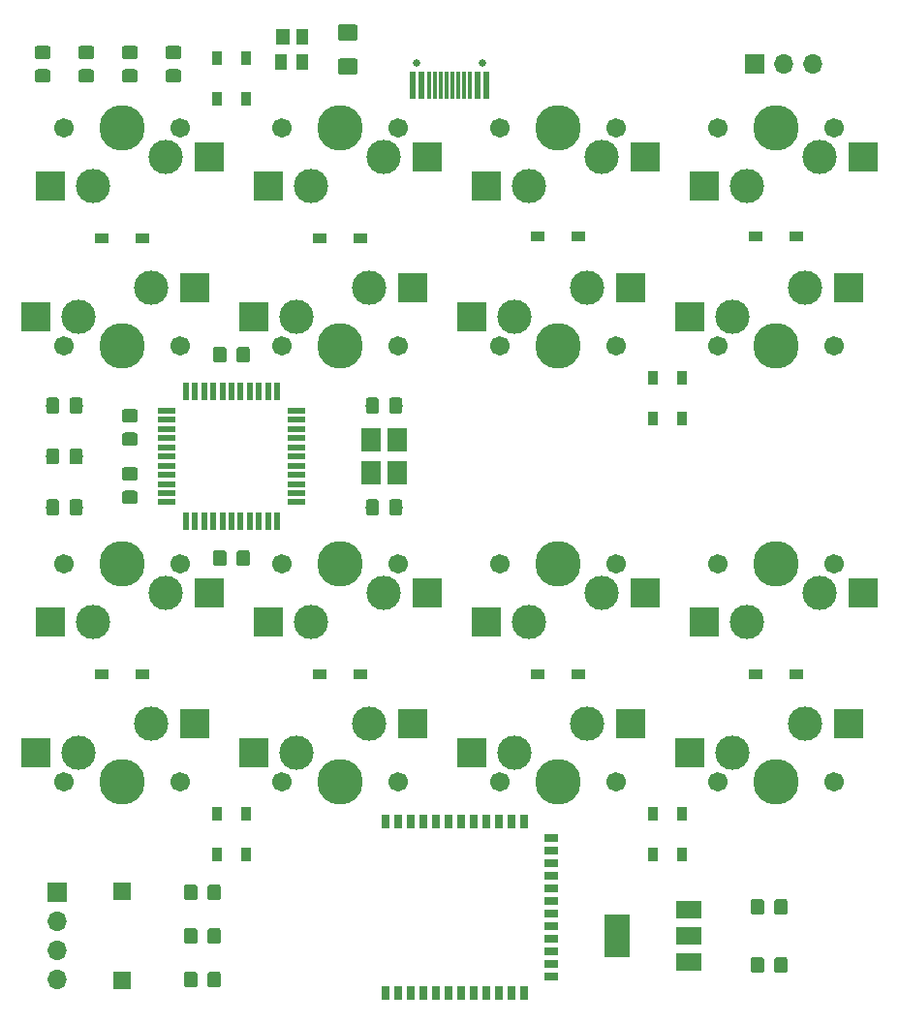
<source format=gbr>
G04 #@! TF.GenerationSoftware,KiCad,Pcbnew,(5.1.2)-2*
G04 #@! TF.CreationDate,2020-01-09T21:44:13+08:00*
G04 #@! TF.ProjectId,wingxx-receiver,77696e67-7878-42d7-9265-636569766572,rev?*
G04 #@! TF.SameCoordinates,Original*
G04 #@! TF.FileFunction,Soldermask,Bot*
G04 #@! TF.FilePolarity,Negative*
%FSLAX46Y46*%
G04 Gerber Fmt 4.6, Leading zero omitted, Abs format (unit mm)*
G04 Created by KiCad (PCBNEW (5.1.2)-2) date 2020-01-09 21:44:13*
%MOMM*%
%LPD*%
G04 APERTURE LIST*
%ADD10R,1.500000X1.500000*%
%ADD11R,1.800000X2.100000*%
%ADD12C,0.100000*%
%ADD13C,1.425000*%
%ADD14C,1.150000*%
%ADD15R,1.500000X0.550000*%
%ADD16R,0.550000X1.500000*%
%ADD17R,1.000000X1.400000*%
%ADD18R,1.200000X1.400000*%
%ADD19R,0.698500X1.198880*%
%ADD20R,1.198880X0.698500*%
%ADD21R,0.600000X2.450000*%
%ADD22R,0.300000X2.450000*%
%ADD23C,0.650000*%
%ADD24R,2.200000X3.800000*%
%ADD25R,2.200000X1.500000*%
%ADD26O,1.700000X1.700000*%
%ADD27R,1.700000X1.700000*%
%ADD28R,2.550000X2.500000*%
%ADD29C,1.701800*%
%ADD30C,3.987800*%
%ADD31C,3.000000*%
%ADD32R,0.950000X1.300000*%
%ADD33R,1.300000X0.950000*%
G04 APERTURE END LIST*
D10*
X85725000Y-143600000D03*
X85725000Y-135800000D03*
D11*
X109735000Y-99240000D03*
X109735000Y-96340000D03*
X107435000Y-96340000D03*
X107435000Y-99240000D03*
D12*
G36*
X106059504Y-63006204D02*
G01*
X106083773Y-63009804D01*
X106107571Y-63015765D01*
X106130671Y-63024030D01*
X106152849Y-63034520D01*
X106173893Y-63047133D01*
X106193598Y-63061747D01*
X106211777Y-63078223D01*
X106228253Y-63096402D01*
X106242867Y-63116107D01*
X106255480Y-63137151D01*
X106265970Y-63159329D01*
X106274235Y-63182429D01*
X106280196Y-63206227D01*
X106283796Y-63230496D01*
X106285000Y-63255000D01*
X106285000Y-64180000D01*
X106283796Y-64204504D01*
X106280196Y-64228773D01*
X106274235Y-64252571D01*
X106265970Y-64275671D01*
X106255480Y-64297849D01*
X106242867Y-64318893D01*
X106228253Y-64338598D01*
X106211777Y-64356777D01*
X106193598Y-64373253D01*
X106173893Y-64387867D01*
X106152849Y-64400480D01*
X106130671Y-64410970D01*
X106107571Y-64419235D01*
X106083773Y-64425196D01*
X106059504Y-64428796D01*
X106035000Y-64430000D01*
X104785000Y-64430000D01*
X104760496Y-64428796D01*
X104736227Y-64425196D01*
X104712429Y-64419235D01*
X104689329Y-64410970D01*
X104667151Y-64400480D01*
X104646107Y-64387867D01*
X104626402Y-64373253D01*
X104608223Y-64356777D01*
X104591747Y-64338598D01*
X104577133Y-64318893D01*
X104564520Y-64297849D01*
X104554030Y-64275671D01*
X104545765Y-64252571D01*
X104539804Y-64228773D01*
X104536204Y-64204504D01*
X104535000Y-64180000D01*
X104535000Y-63255000D01*
X104536204Y-63230496D01*
X104539804Y-63206227D01*
X104545765Y-63182429D01*
X104554030Y-63159329D01*
X104564520Y-63137151D01*
X104577133Y-63116107D01*
X104591747Y-63096402D01*
X104608223Y-63078223D01*
X104626402Y-63061747D01*
X104646107Y-63047133D01*
X104667151Y-63034520D01*
X104689329Y-63024030D01*
X104712429Y-63015765D01*
X104736227Y-63009804D01*
X104760496Y-63006204D01*
X104785000Y-63005000D01*
X106035000Y-63005000D01*
X106059504Y-63006204D01*
X106059504Y-63006204D01*
G37*
D13*
X105410000Y-63717500D03*
D12*
G36*
X106059504Y-60031204D02*
G01*
X106083773Y-60034804D01*
X106107571Y-60040765D01*
X106130671Y-60049030D01*
X106152849Y-60059520D01*
X106173893Y-60072133D01*
X106193598Y-60086747D01*
X106211777Y-60103223D01*
X106228253Y-60121402D01*
X106242867Y-60141107D01*
X106255480Y-60162151D01*
X106265970Y-60184329D01*
X106274235Y-60207429D01*
X106280196Y-60231227D01*
X106283796Y-60255496D01*
X106285000Y-60280000D01*
X106285000Y-61205000D01*
X106283796Y-61229504D01*
X106280196Y-61253773D01*
X106274235Y-61277571D01*
X106265970Y-61300671D01*
X106255480Y-61322849D01*
X106242867Y-61343893D01*
X106228253Y-61363598D01*
X106211777Y-61381777D01*
X106193598Y-61398253D01*
X106173893Y-61412867D01*
X106152849Y-61425480D01*
X106130671Y-61435970D01*
X106107571Y-61444235D01*
X106083773Y-61450196D01*
X106059504Y-61453796D01*
X106035000Y-61455000D01*
X104785000Y-61455000D01*
X104760496Y-61453796D01*
X104736227Y-61450196D01*
X104712429Y-61444235D01*
X104689329Y-61435970D01*
X104667151Y-61425480D01*
X104646107Y-61412867D01*
X104626402Y-61398253D01*
X104608223Y-61381777D01*
X104591747Y-61363598D01*
X104577133Y-61343893D01*
X104564520Y-61322849D01*
X104554030Y-61300671D01*
X104545765Y-61277571D01*
X104539804Y-61253773D01*
X104536204Y-61229504D01*
X104535000Y-61205000D01*
X104535000Y-60280000D01*
X104536204Y-60255496D01*
X104539804Y-60231227D01*
X104545765Y-60207429D01*
X104554030Y-60184329D01*
X104564520Y-60162151D01*
X104577133Y-60141107D01*
X104591747Y-60121402D01*
X104608223Y-60103223D01*
X104626402Y-60086747D01*
X104646107Y-60072133D01*
X104667151Y-60059520D01*
X104689329Y-60049030D01*
X104712429Y-60040765D01*
X104736227Y-60034804D01*
X104760496Y-60031204D01*
X104785000Y-60030000D01*
X106035000Y-60030000D01*
X106059504Y-60031204D01*
X106059504Y-60031204D01*
G37*
D13*
X105410000Y-60742500D03*
D12*
G36*
X79969505Y-97091204D02*
G01*
X79993773Y-97094804D01*
X80017572Y-97100765D01*
X80040671Y-97109030D01*
X80062850Y-97119520D01*
X80083893Y-97132132D01*
X80103599Y-97146747D01*
X80121777Y-97163223D01*
X80138253Y-97181401D01*
X80152868Y-97201107D01*
X80165480Y-97222150D01*
X80175970Y-97244329D01*
X80184235Y-97267428D01*
X80190196Y-97291227D01*
X80193796Y-97315495D01*
X80195000Y-97339999D01*
X80195000Y-98240001D01*
X80193796Y-98264505D01*
X80190196Y-98288773D01*
X80184235Y-98312572D01*
X80175970Y-98335671D01*
X80165480Y-98357850D01*
X80152868Y-98378893D01*
X80138253Y-98398599D01*
X80121777Y-98416777D01*
X80103599Y-98433253D01*
X80083893Y-98447868D01*
X80062850Y-98460480D01*
X80040671Y-98470970D01*
X80017572Y-98479235D01*
X79993773Y-98485196D01*
X79969505Y-98488796D01*
X79945001Y-98490000D01*
X79294999Y-98490000D01*
X79270495Y-98488796D01*
X79246227Y-98485196D01*
X79222428Y-98479235D01*
X79199329Y-98470970D01*
X79177150Y-98460480D01*
X79156107Y-98447868D01*
X79136401Y-98433253D01*
X79118223Y-98416777D01*
X79101747Y-98398599D01*
X79087132Y-98378893D01*
X79074520Y-98357850D01*
X79064030Y-98335671D01*
X79055765Y-98312572D01*
X79049804Y-98288773D01*
X79046204Y-98264505D01*
X79045000Y-98240001D01*
X79045000Y-97339999D01*
X79046204Y-97315495D01*
X79049804Y-97291227D01*
X79055765Y-97267428D01*
X79064030Y-97244329D01*
X79074520Y-97222150D01*
X79087132Y-97201107D01*
X79101747Y-97181401D01*
X79118223Y-97163223D01*
X79136401Y-97146747D01*
X79156107Y-97132132D01*
X79177150Y-97119520D01*
X79199329Y-97109030D01*
X79222428Y-97100765D01*
X79246227Y-97094804D01*
X79270495Y-97091204D01*
X79294999Y-97090000D01*
X79945001Y-97090000D01*
X79969505Y-97091204D01*
X79969505Y-97091204D01*
G37*
D14*
X79620000Y-97790000D03*
D12*
G36*
X82019505Y-97091204D02*
G01*
X82043773Y-97094804D01*
X82067572Y-97100765D01*
X82090671Y-97109030D01*
X82112850Y-97119520D01*
X82133893Y-97132132D01*
X82153599Y-97146747D01*
X82171777Y-97163223D01*
X82188253Y-97181401D01*
X82202868Y-97201107D01*
X82215480Y-97222150D01*
X82225970Y-97244329D01*
X82234235Y-97267428D01*
X82240196Y-97291227D01*
X82243796Y-97315495D01*
X82245000Y-97339999D01*
X82245000Y-98240001D01*
X82243796Y-98264505D01*
X82240196Y-98288773D01*
X82234235Y-98312572D01*
X82225970Y-98335671D01*
X82215480Y-98357850D01*
X82202868Y-98378893D01*
X82188253Y-98398599D01*
X82171777Y-98416777D01*
X82153599Y-98433253D01*
X82133893Y-98447868D01*
X82112850Y-98460480D01*
X82090671Y-98470970D01*
X82067572Y-98479235D01*
X82043773Y-98485196D01*
X82019505Y-98488796D01*
X81995001Y-98490000D01*
X81344999Y-98490000D01*
X81320495Y-98488796D01*
X81296227Y-98485196D01*
X81272428Y-98479235D01*
X81249329Y-98470970D01*
X81227150Y-98460480D01*
X81206107Y-98447868D01*
X81186401Y-98433253D01*
X81168223Y-98416777D01*
X81151747Y-98398599D01*
X81137132Y-98378893D01*
X81124520Y-98357850D01*
X81114030Y-98335671D01*
X81105765Y-98312572D01*
X81099804Y-98288773D01*
X81096204Y-98264505D01*
X81095000Y-98240001D01*
X81095000Y-97339999D01*
X81096204Y-97315495D01*
X81099804Y-97291227D01*
X81105765Y-97267428D01*
X81114030Y-97244329D01*
X81124520Y-97222150D01*
X81137132Y-97201107D01*
X81151747Y-97181401D01*
X81168223Y-97163223D01*
X81186401Y-97146747D01*
X81206107Y-97132132D01*
X81227150Y-97119520D01*
X81249329Y-97109030D01*
X81272428Y-97100765D01*
X81296227Y-97094804D01*
X81320495Y-97091204D01*
X81344999Y-97090000D01*
X81995001Y-97090000D01*
X82019505Y-97091204D01*
X82019505Y-97091204D01*
G37*
D14*
X81670000Y-97790000D03*
D12*
G36*
X82019505Y-92646204D02*
G01*
X82043773Y-92649804D01*
X82067572Y-92655765D01*
X82090671Y-92664030D01*
X82112850Y-92674520D01*
X82133893Y-92687132D01*
X82153599Y-92701747D01*
X82171777Y-92718223D01*
X82188253Y-92736401D01*
X82202868Y-92756107D01*
X82215480Y-92777150D01*
X82225970Y-92799329D01*
X82234235Y-92822428D01*
X82240196Y-92846227D01*
X82243796Y-92870495D01*
X82245000Y-92894999D01*
X82245000Y-93795001D01*
X82243796Y-93819505D01*
X82240196Y-93843773D01*
X82234235Y-93867572D01*
X82225970Y-93890671D01*
X82215480Y-93912850D01*
X82202868Y-93933893D01*
X82188253Y-93953599D01*
X82171777Y-93971777D01*
X82153599Y-93988253D01*
X82133893Y-94002868D01*
X82112850Y-94015480D01*
X82090671Y-94025970D01*
X82067572Y-94034235D01*
X82043773Y-94040196D01*
X82019505Y-94043796D01*
X81995001Y-94045000D01*
X81344999Y-94045000D01*
X81320495Y-94043796D01*
X81296227Y-94040196D01*
X81272428Y-94034235D01*
X81249329Y-94025970D01*
X81227150Y-94015480D01*
X81206107Y-94002868D01*
X81186401Y-93988253D01*
X81168223Y-93971777D01*
X81151747Y-93953599D01*
X81137132Y-93933893D01*
X81124520Y-93912850D01*
X81114030Y-93890671D01*
X81105765Y-93867572D01*
X81099804Y-93843773D01*
X81096204Y-93819505D01*
X81095000Y-93795001D01*
X81095000Y-92894999D01*
X81096204Y-92870495D01*
X81099804Y-92846227D01*
X81105765Y-92822428D01*
X81114030Y-92799329D01*
X81124520Y-92777150D01*
X81137132Y-92756107D01*
X81151747Y-92736401D01*
X81168223Y-92718223D01*
X81186401Y-92701747D01*
X81206107Y-92687132D01*
X81227150Y-92674520D01*
X81249329Y-92664030D01*
X81272428Y-92655765D01*
X81296227Y-92649804D01*
X81320495Y-92646204D01*
X81344999Y-92645000D01*
X81995001Y-92645000D01*
X82019505Y-92646204D01*
X82019505Y-92646204D01*
G37*
D14*
X81670000Y-93345000D03*
D12*
G36*
X79969505Y-92646204D02*
G01*
X79993773Y-92649804D01*
X80017572Y-92655765D01*
X80040671Y-92664030D01*
X80062850Y-92674520D01*
X80083893Y-92687132D01*
X80103599Y-92701747D01*
X80121777Y-92718223D01*
X80138253Y-92736401D01*
X80152868Y-92756107D01*
X80165480Y-92777150D01*
X80175970Y-92799329D01*
X80184235Y-92822428D01*
X80190196Y-92846227D01*
X80193796Y-92870495D01*
X80195000Y-92894999D01*
X80195000Y-93795001D01*
X80193796Y-93819505D01*
X80190196Y-93843773D01*
X80184235Y-93867572D01*
X80175970Y-93890671D01*
X80165480Y-93912850D01*
X80152868Y-93933893D01*
X80138253Y-93953599D01*
X80121777Y-93971777D01*
X80103599Y-93988253D01*
X80083893Y-94002868D01*
X80062850Y-94015480D01*
X80040671Y-94025970D01*
X80017572Y-94034235D01*
X79993773Y-94040196D01*
X79969505Y-94043796D01*
X79945001Y-94045000D01*
X79294999Y-94045000D01*
X79270495Y-94043796D01*
X79246227Y-94040196D01*
X79222428Y-94034235D01*
X79199329Y-94025970D01*
X79177150Y-94015480D01*
X79156107Y-94002868D01*
X79136401Y-93988253D01*
X79118223Y-93971777D01*
X79101747Y-93953599D01*
X79087132Y-93933893D01*
X79074520Y-93912850D01*
X79064030Y-93890671D01*
X79055765Y-93867572D01*
X79049804Y-93843773D01*
X79046204Y-93819505D01*
X79045000Y-93795001D01*
X79045000Y-92894999D01*
X79046204Y-92870495D01*
X79049804Y-92846227D01*
X79055765Y-92822428D01*
X79064030Y-92799329D01*
X79074520Y-92777150D01*
X79087132Y-92756107D01*
X79101747Y-92736401D01*
X79118223Y-92718223D01*
X79136401Y-92701747D01*
X79156107Y-92687132D01*
X79177150Y-92674520D01*
X79199329Y-92664030D01*
X79222428Y-92655765D01*
X79246227Y-92649804D01*
X79270495Y-92646204D01*
X79294999Y-92645000D01*
X79945001Y-92645000D01*
X79969505Y-92646204D01*
X79969505Y-92646204D01*
G37*
D14*
X79620000Y-93345000D03*
D12*
G36*
X90644505Y-63951204D02*
G01*
X90668773Y-63954804D01*
X90692572Y-63960765D01*
X90715671Y-63969030D01*
X90737850Y-63979520D01*
X90758893Y-63992132D01*
X90778599Y-64006747D01*
X90796777Y-64023223D01*
X90813253Y-64041401D01*
X90827868Y-64061107D01*
X90840480Y-64082150D01*
X90850970Y-64104329D01*
X90859235Y-64127428D01*
X90865196Y-64151227D01*
X90868796Y-64175495D01*
X90870000Y-64199999D01*
X90870000Y-64850001D01*
X90868796Y-64874505D01*
X90865196Y-64898773D01*
X90859235Y-64922572D01*
X90850970Y-64945671D01*
X90840480Y-64967850D01*
X90827868Y-64988893D01*
X90813253Y-65008599D01*
X90796777Y-65026777D01*
X90778599Y-65043253D01*
X90758893Y-65057868D01*
X90737850Y-65070480D01*
X90715671Y-65080970D01*
X90692572Y-65089235D01*
X90668773Y-65095196D01*
X90644505Y-65098796D01*
X90620001Y-65100000D01*
X89719999Y-65100000D01*
X89695495Y-65098796D01*
X89671227Y-65095196D01*
X89647428Y-65089235D01*
X89624329Y-65080970D01*
X89602150Y-65070480D01*
X89581107Y-65057868D01*
X89561401Y-65043253D01*
X89543223Y-65026777D01*
X89526747Y-65008599D01*
X89512132Y-64988893D01*
X89499520Y-64967850D01*
X89489030Y-64945671D01*
X89480765Y-64922572D01*
X89474804Y-64898773D01*
X89471204Y-64874505D01*
X89470000Y-64850001D01*
X89470000Y-64199999D01*
X89471204Y-64175495D01*
X89474804Y-64151227D01*
X89480765Y-64127428D01*
X89489030Y-64104329D01*
X89499520Y-64082150D01*
X89512132Y-64061107D01*
X89526747Y-64041401D01*
X89543223Y-64023223D01*
X89561401Y-64006747D01*
X89581107Y-63992132D01*
X89602150Y-63979520D01*
X89624329Y-63969030D01*
X89647428Y-63960765D01*
X89671227Y-63954804D01*
X89695495Y-63951204D01*
X89719999Y-63950000D01*
X90620001Y-63950000D01*
X90644505Y-63951204D01*
X90644505Y-63951204D01*
G37*
D14*
X90170000Y-64525000D03*
D12*
G36*
X90644505Y-61901204D02*
G01*
X90668773Y-61904804D01*
X90692572Y-61910765D01*
X90715671Y-61919030D01*
X90737850Y-61929520D01*
X90758893Y-61942132D01*
X90778599Y-61956747D01*
X90796777Y-61973223D01*
X90813253Y-61991401D01*
X90827868Y-62011107D01*
X90840480Y-62032150D01*
X90850970Y-62054329D01*
X90859235Y-62077428D01*
X90865196Y-62101227D01*
X90868796Y-62125495D01*
X90870000Y-62149999D01*
X90870000Y-62800001D01*
X90868796Y-62824505D01*
X90865196Y-62848773D01*
X90859235Y-62872572D01*
X90850970Y-62895671D01*
X90840480Y-62917850D01*
X90827868Y-62938893D01*
X90813253Y-62958599D01*
X90796777Y-62976777D01*
X90778599Y-62993253D01*
X90758893Y-63007868D01*
X90737850Y-63020480D01*
X90715671Y-63030970D01*
X90692572Y-63039235D01*
X90668773Y-63045196D01*
X90644505Y-63048796D01*
X90620001Y-63050000D01*
X89719999Y-63050000D01*
X89695495Y-63048796D01*
X89671227Y-63045196D01*
X89647428Y-63039235D01*
X89624329Y-63030970D01*
X89602150Y-63020480D01*
X89581107Y-63007868D01*
X89561401Y-62993253D01*
X89543223Y-62976777D01*
X89526747Y-62958599D01*
X89512132Y-62938893D01*
X89499520Y-62917850D01*
X89489030Y-62895671D01*
X89480765Y-62872572D01*
X89474804Y-62848773D01*
X89471204Y-62824505D01*
X89470000Y-62800001D01*
X89470000Y-62149999D01*
X89471204Y-62125495D01*
X89474804Y-62101227D01*
X89480765Y-62077428D01*
X89489030Y-62054329D01*
X89499520Y-62032150D01*
X89512132Y-62011107D01*
X89526747Y-61991401D01*
X89543223Y-61973223D01*
X89561401Y-61956747D01*
X89581107Y-61942132D01*
X89602150Y-61929520D01*
X89624329Y-61919030D01*
X89647428Y-61910765D01*
X89671227Y-61904804D01*
X89695495Y-61901204D01*
X89719999Y-61900000D01*
X90620001Y-61900000D01*
X90644505Y-61901204D01*
X90644505Y-61901204D01*
G37*
D14*
X90170000Y-62475000D03*
D12*
G36*
X86834505Y-63951204D02*
G01*
X86858773Y-63954804D01*
X86882572Y-63960765D01*
X86905671Y-63969030D01*
X86927850Y-63979520D01*
X86948893Y-63992132D01*
X86968599Y-64006747D01*
X86986777Y-64023223D01*
X87003253Y-64041401D01*
X87017868Y-64061107D01*
X87030480Y-64082150D01*
X87040970Y-64104329D01*
X87049235Y-64127428D01*
X87055196Y-64151227D01*
X87058796Y-64175495D01*
X87060000Y-64199999D01*
X87060000Y-64850001D01*
X87058796Y-64874505D01*
X87055196Y-64898773D01*
X87049235Y-64922572D01*
X87040970Y-64945671D01*
X87030480Y-64967850D01*
X87017868Y-64988893D01*
X87003253Y-65008599D01*
X86986777Y-65026777D01*
X86968599Y-65043253D01*
X86948893Y-65057868D01*
X86927850Y-65070480D01*
X86905671Y-65080970D01*
X86882572Y-65089235D01*
X86858773Y-65095196D01*
X86834505Y-65098796D01*
X86810001Y-65100000D01*
X85909999Y-65100000D01*
X85885495Y-65098796D01*
X85861227Y-65095196D01*
X85837428Y-65089235D01*
X85814329Y-65080970D01*
X85792150Y-65070480D01*
X85771107Y-65057868D01*
X85751401Y-65043253D01*
X85733223Y-65026777D01*
X85716747Y-65008599D01*
X85702132Y-64988893D01*
X85689520Y-64967850D01*
X85679030Y-64945671D01*
X85670765Y-64922572D01*
X85664804Y-64898773D01*
X85661204Y-64874505D01*
X85660000Y-64850001D01*
X85660000Y-64199999D01*
X85661204Y-64175495D01*
X85664804Y-64151227D01*
X85670765Y-64127428D01*
X85679030Y-64104329D01*
X85689520Y-64082150D01*
X85702132Y-64061107D01*
X85716747Y-64041401D01*
X85733223Y-64023223D01*
X85751401Y-64006747D01*
X85771107Y-63992132D01*
X85792150Y-63979520D01*
X85814329Y-63969030D01*
X85837428Y-63960765D01*
X85861227Y-63954804D01*
X85885495Y-63951204D01*
X85909999Y-63950000D01*
X86810001Y-63950000D01*
X86834505Y-63951204D01*
X86834505Y-63951204D01*
G37*
D14*
X86360000Y-64525000D03*
D12*
G36*
X86834505Y-61901204D02*
G01*
X86858773Y-61904804D01*
X86882572Y-61910765D01*
X86905671Y-61919030D01*
X86927850Y-61929520D01*
X86948893Y-61942132D01*
X86968599Y-61956747D01*
X86986777Y-61973223D01*
X87003253Y-61991401D01*
X87017868Y-62011107D01*
X87030480Y-62032150D01*
X87040970Y-62054329D01*
X87049235Y-62077428D01*
X87055196Y-62101227D01*
X87058796Y-62125495D01*
X87060000Y-62149999D01*
X87060000Y-62800001D01*
X87058796Y-62824505D01*
X87055196Y-62848773D01*
X87049235Y-62872572D01*
X87040970Y-62895671D01*
X87030480Y-62917850D01*
X87017868Y-62938893D01*
X87003253Y-62958599D01*
X86986777Y-62976777D01*
X86968599Y-62993253D01*
X86948893Y-63007868D01*
X86927850Y-63020480D01*
X86905671Y-63030970D01*
X86882572Y-63039235D01*
X86858773Y-63045196D01*
X86834505Y-63048796D01*
X86810001Y-63050000D01*
X85909999Y-63050000D01*
X85885495Y-63048796D01*
X85861227Y-63045196D01*
X85837428Y-63039235D01*
X85814329Y-63030970D01*
X85792150Y-63020480D01*
X85771107Y-63007868D01*
X85751401Y-62993253D01*
X85733223Y-62976777D01*
X85716747Y-62958599D01*
X85702132Y-62938893D01*
X85689520Y-62917850D01*
X85679030Y-62895671D01*
X85670765Y-62872572D01*
X85664804Y-62848773D01*
X85661204Y-62824505D01*
X85660000Y-62800001D01*
X85660000Y-62149999D01*
X85661204Y-62125495D01*
X85664804Y-62101227D01*
X85670765Y-62077428D01*
X85679030Y-62054329D01*
X85689520Y-62032150D01*
X85702132Y-62011107D01*
X85716747Y-61991401D01*
X85733223Y-61973223D01*
X85751401Y-61956747D01*
X85771107Y-61942132D01*
X85792150Y-61929520D01*
X85814329Y-61919030D01*
X85837428Y-61910765D01*
X85861227Y-61904804D01*
X85885495Y-61901204D01*
X85909999Y-61900000D01*
X86810001Y-61900000D01*
X86834505Y-61901204D01*
X86834505Y-61901204D01*
G37*
D14*
X86360000Y-62475000D03*
D12*
G36*
X83024505Y-63951204D02*
G01*
X83048773Y-63954804D01*
X83072572Y-63960765D01*
X83095671Y-63969030D01*
X83117850Y-63979520D01*
X83138893Y-63992132D01*
X83158599Y-64006747D01*
X83176777Y-64023223D01*
X83193253Y-64041401D01*
X83207868Y-64061107D01*
X83220480Y-64082150D01*
X83230970Y-64104329D01*
X83239235Y-64127428D01*
X83245196Y-64151227D01*
X83248796Y-64175495D01*
X83250000Y-64199999D01*
X83250000Y-64850001D01*
X83248796Y-64874505D01*
X83245196Y-64898773D01*
X83239235Y-64922572D01*
X83230970Y-64945671D01*
X83220480Y-64967850D01*
X83207868Y-64988893D01*
X83193253Y-65008599D01*
X83176777Y-65026777D01*
X83158599Y-65043253D01*
X83138893Y-65057868D01*
X83117850Y-65070480D01*
X83095671Y-65080970D01*
X83072572Y-65089235D01*
X83048773Y-65095196D01*
X83024505Y-65098796D01*
X83000001Y-65100000D01*
X82099999Y-65100000D01*
X82075495Y-65098796D01*
X82051227Y-65095196D01*
X82027428Y-65089235D01*
X82004329Y-65080970D01*
X81982150Y-65070480D01*
X81961107Y-65057868D01*
X81941401Y-65043253D01*
X81923223Y-65026777D01*
X81906747Y-65008599D01*
X81892132Y-64988893D01*
X81879520Y-64967850D01*
X81869030Y-64945671D01*
X81860765Y-64922572D01*
X81854804Y-64898773D01*
X81851204Y-64874505D01*
X81850000Y-64850001D01*
X81850000Y-64199999D01*
X81851204Y-64175495D01*
X81854804Y-64151227D01*
X81860765Y-64127428D01*
X81869030Y-64104329D01*
X81879520Y-64082150D01*
X81892132Y-64061107D01*
X81906747Y-64041401D01*
X81923223Y-64023223D01*
X81941401Y-64006747D01*
X81961107Y-63992132D01*
X81982150Y-63979520D01*
X82004329Y-63969030D01*
X82027428Y-63960765D01*
X82051227Y-63954804D01*
X82075495Y-63951204D01*
X82099999Y-63950000D01*
X83000001Y-63950000D01*
X83024505Y-63951204D01*
X83024505Y-63951204D01*
G37*
D14*
X82550000Y-64525000D03*
D12*
G36*
X83024505Y-61901204D02*
G01*
X83048773Y-61904804D01*
X83072572Y-61910765D01*
X83095671Y-61919030D01*
X83117850Y-61929520D01*
X83138893Y-61942132D01*
X83158599Y-61956747D01*
X83176777Y-61973223D01*
X83193253Y-61991401D01*
X83207868Y-62011107D01*
X83220480Y-62032150D01*
X83230970Y-62054329D01*
X83239235Y-62077428D01*
X83245196Y-62101227D01*
X83248796Y-62125495D01*
X83250000Y-62149999D01*
X83250000Y-62800001D01*
X83248796Y-62824505D01*
X83245196Y-62848773D01*
X83239235Y-62872572D01*
X83230970Y-62895671D01*
X83220480Y-62917850D01*
X83207868Y-62938893D01*
X83193253Y-62958599D01*
X83176777Y-62976777D01*
X83158599Y-62993253D01*
X83138893Y-63007868D01*
X83117850Y-63020480D01*
X83095671Y-63030970D01*
X83072572Y-63039235D01*
X83048773Y-63045196D01*
X83024505Y-63048796D01*
X83000001Y-63050000D01*
X82099999Y-63050000D01*
X82075495Y-63048796D01*
X82051227Y-63045196D01*
X82027428Y-63039235D01*
X82004329Y-63030970D01*
X81982150Y-63020480D01*
X81961107Y-63007868D01*
X81941401Y-62993253D01*
X81923223Y-62976777D01*
X81906747Y-62958599D01*
X81892132Y-62938893D01*
X81879520Y-62917850D01*
X81869030Y-62895671D01*
X81860765Y-62872572D01*
X81854804Y-62848773D01*
X81851204Y-62824505D01*
X81850000Y-62800001D01*
X81850000Y-62149999D01*
X81851204Y-62125495D01*
X81854804Y-62101227D01*
X81860765Y-62077428D01*
X81869030Y-62054329D01*
X81879520Y-62032150D01*
X81892132Y-62011107D01*
X81906747Y-61991401D01*
X81923223Y-61973223D01*
X81941401Y-61956747D01*
X81961107Y-61942132D01*
X81982150Y-61929520D01*
X82004329Y-61919030D01*
X82027428Y-61910765D01*
X82051227Y-61904804D01*
X82075495Y-61901204D01*
X82099999Y-61900000D01*
X83000001Y-61900000D01*
X83024505Y-61901204D01*
X83024505Y-61901204D01*
G37*
D14*
X82550000Y-62475000D03*
D12*
G36*
X79214505Y-63951204D02*
G01*
X79238773Y-63954804D01*
X79262572Y-63960765D01*
X79285671Y-63969030D01*
X79307850Y-63979520D01*
X79328893Y-63992132D01*
X79348599Y-64006747D01*
X79366777Y-64023223D01*
X79383253Y-64041401D01*
X79397868Y-64061107D01*
X79410480Y-64082150D01*
X79420970Y-64104329D01*
X79429235Y-64127428D01*
X79435196Y-64151227D01*
X79438796Y-64175495D01*
X79440000Y-64199999D01*
X79440000Y-64850001D01*
X79438796Y-64874505D01*
X79435196Y-64898773D01*
X79429235Y-64922572D01*
X79420970Y-64945671D01*
X79410480Y-64967850D01*
X79397868Y-64988893D01*
X79383253Y-65008599D01*
X79366777Y-65026777D01*
X79348599Y-65043253D01*
X79328893Y-65057868D01*
X79307850Y-65070480D01*
X79285671Y-65080970D01*
X79262572Y-65089235D01*
X79238773Y-65095196D01*
X79214505Y-65098796D01*
X79190001Y-65100000D01*
X78289999Y-65100000D01*
X78265495Y-65098796D01*
X78241227Y-65095196D01*
X78217428Y-65089235D01*
X78194329Y-65080970D01*
X78172150Y-65070480D01*
X78151107Y-65057868D01*
X78131401Y-65043253D01*
X78113223Y-65026777D01*
X78096747Y-65008599D01*
X78082132Y-64988893D01*
X78069520Y-64967850D01*
X78059030Y-64945671D01*
X78050765Y-64922572D01*
X78044804Y-64898773D01*
X78041204Y-64874505D01*
X78040000Y-64850001D01*
X78040000Y-64199999D01*
X78041204Y-64175495D01*
X78044804Y-64151227D01*
X78050765Y-64127428D01*
X78059030Y-64104329D01*
X78069520Y-64082150D01*
X78082132Y-64061107D01*
X78096747Y-64041401D01*
X78113223Y-64023223D01*
X78131401Y-64006747D01*
X78151107Y-63992132D01*
X78172150Y-63979520D01*
X78194329Y-63969030D01*
X78217428Y-63960765D01*
X78241227Y-63954804D01*
X78265495Y-63951204D01*
X78289999Y-63950000D01*
X79190001Y-63950000D01*
X79214505Y-63951204D01*
X79214505Y-63951204D01*
G37*
D14*
X78740000Y-64525000D03*
D12*
G36*
X79214505Y-61901204D02*
G01*
X79238773Y-61904804D01*
X79262572Y-61910765D01*
X79285671Y-61919030D01*
X79307850Y-61929520D01*
X79328893Y-61942132D01*
X79348599Y-61956747D01*
X79366777Y-61973223D01*
X79383253Y-61991401D01*
X79397868Y-62011107D01*
X79410480Y-62032150D01*
X79420970Y-62054329D01*
X79429235Y-62077428D01*
X79435196Y-62101227D01*
X79438796Y-62125495D01*
X79440000Y-62149999D01*
X79440000Y-62800001D01*
X79438796Y-62824505D01*
X79435196Y-62848773D01*
X79429235Y-62872572D01*
X79420970Y-62895671D01*
X79410480Y-62917850D01*
X79397868Y-62938893D01*
X79383253Y-62958599D01*
X79366777Y-62976777D01*
X79348599Y-62993253D01*
X79328893Y-63007868D01*
X79307850Y-63020480D01*
X79285671Y-63030970D01*
X79262572Y-63039235D01*
X79238773Y-63045196D01*
X79214505Y-63048796D01*
X79190001Y-63050000D01*
X78289999Y-63050000D01*
X78265495Y-63048796D01*
X78241227Y-63045196D01*
X78217428Y-63039235D01*
X78194329Y-63030970D01*
X78172150Y-63020480D01*
X78151107Y-63007868D01*
X78131401Y-62993253D01*
X78113223Y-62976777D01*
X78096747Y-62958599D01*
X78082132Y-62938893D01*
X78069520Y-62917850D01*
X78059030Y-62895671D01*
X78050765Y-62872572D01*
X78044804Y-62848773D01*
X78041204Y-62824505D01*
X78040000Y-62800001D01*
X78040000Y-62149999D01*
X78041204Y-62125495D01*
X78044804Y-62101227D01*
X78050765Y-62077428D01*
X78059030Y-62054329D01*
X78069520Y-62032150D01*
X78082132Y-62011107D01*
X78096747Y-61991401D01*
X78113223Y-61973223D01*
X78131401Y-61956747D01*
X78151107Y-61942132D01*
X78172150Y-61929520D01*
X78194329Y-61919030D01*
X78217428Y-61910765D01*
X78241227Y-61904804D01*
X78265495Y-61901204D01*
X78289999Y-61900000D01*
X79190001Y-61900000D01*
X79214505Y-61901204D01*
X79214505Y-61901204D01*
G37*
D14*
X78740000Y-62475000D03*
D12*
G36*
X141564505Y-136461204D02*
G01*
X141588773Y-136464804D01*
X141612572Y-136470765D01*
X141635671Y-136479030D01*
X141657850Y-136489520D01*
X141678893Y-136502132D01*
X141698599Y-136516747D01*
X141716777Y-136533223D01*
X141733253Y-136551401D01*
X141747868Y-136571107D01*
X141760480Y-136592150D01*
X141770970Y-136614329D01*
X141779235Y-136637428D01*
X141785196Y-136661227D01*
X141788796Y-136685495D01*
X141790000Y-136709999D01*
X141790000Y-137610001D01*
X141788796Y-137634505D01*
X141785196Y-137658773D01*
X141779235Y-137682572D01*
X141770970Y-137705671D01*
X141760480Y-137727850D01*
X141747868Y-137748893D01*
X141733253Y-137768599D01*
X141716777Y-137786777D01*
X141698599Y-137803253D01*
X141678893Y-137817868D01*
X141657850Y-137830480D01*
X141635671Y-137840970D01*
X141612572Y-137849235D01*
X141588773Y-137855196D01*
X141564505Y-137858796D01*
X141540001Y-137860000D01*
X140889999Y-137860000D01*
X140865495Y-137858796D01*
X140841227Y-137855196D01*
X140817428Y-137849235D01*
X140794329Y-137840970D01*
X140772150Y-137830480D01*
X140751107Y-137817868D01*
X140731401Y-137803253D01*
X140713223Y-137786777D01*
X140696747Y-137768599D01*
X140682132Y-137748893D01*
X140669520Y-137727850D01*
X140659030Y-137705671D01*
X140650765Y-137682572D01*
X140644804Y-137658773D01*
X140641204Y-137634505D01*
X140640000Y-137610001D01*
X140640000Y-136709999D01*
X140641204Y-136685495D01*
X140644804Y-136661227D01*
X140650765Y-136637428D01*
X140659030Y-136614329D01*
X140669520Y-136592150D01*
X140682132Y-136571107D01*
X140696747Y-136551401D01*
X140713223Y-136533223D01*
X140731401Y-136516747D01*
X140751107Y-136502132D01*
X140772150Y-136489520D01*
X140794329Y-136479030D01*
X140817428Y-136470765D01*
X140841227Y-136464804D01*
X140865495Y-136461204D01*
X140889999Y-136460000D01*
X141540001Y-136460000D01*
X141564505Y-136461204D01*
X141564505Y-136461204D01*
G37*
D14*
X141215000Y-137160000D03*
D12*
G36*
X143614505Y-136461204D02*
G01*
X143638773Y-136464804D01*
X143662572Y-136470765D01*
X143685671Y-136479030D01*
X143707850Y-136489520D01*
X143728893Y-136502132D01*
X143748599Y-136516747D01*
X143766777Y-136533223D01*
X143783253Y-136551401D01*
X143797868Y-136571107D01*
X143810480Y-136592150D01*
X143820970Y-136614329D01*
X143829235Y-136637428D01*
X143835196Y-136661227D01*
X143838796Y-136685495D01*
X143840000Y-136709999D01*
X143840000Y-137610001D01*
X143838796Y-137634505D01*
X143835196Y-137658773D01*
X143829235Y-137682572D01*
X143820970Y-137705671D01*
X143810480Y-137727850D01*
X143797868Y-137748893D01*
X143783253Y-137768599D01*
X143766777Y-137786777D01*
X143748599Y-137803253D01*
X143728893Y-137817868D01*
X143707850Y-137830480D01*
X143685671Y-137840970D01*
X143662572Y-137849235D01*
X143638773Y-137855196D01*
X143614505Y-137858796D01*
X143590001Y-137860000D01*
X142939999Y-137860000D01*
X142915495Y-137858796D01*
X142891227Y-137855196D01*
X142867428Y-137849235D01*
X142844329Y-137840970D01*
X142822150Y-137830480D01*
X142801107Y-137817868D01*
X142781401Y-137803253D01*
X142763223Y-137786777D01*
X142746747Y-137768599D01*
X142732132Y-137748893D01*
X142719520Y-137727850D01*
X142709030Y-137705671D01*
X142700765Y-137682572D01*
X142694804Y-137658773D01*
X142691204Y-137634505D01*
X142690000Y-137610001D01*
X142690000Y-136709999D01*
X142691204Y-136685495D01*
X142694804Y-136661227D01*
X142700765Y-136637428D01*
X142709030Y-136614329D01*
X142719520Y-136592150D01*
X142732132Y-136571107D01*
X142746747Y-136551401D01*
X142763223Y-136533223D01*
X142781401Y-136516747D01*
X142801107Y-136502132D01*
X142822150Y-136489520D01*
X142844329Y-136479030D01*
X142867428Y-136470765D01*
X142891227Y-136464804D01*
X142915495Y-136461204D01*
X142939999Y-136460000D01*
X143590001Y-136460000D01*
X143614505Y-136461204D01*
X143614505Y-136461204D01*
G37*
D14*
X143265000Y-137160000D03*
D12*
G36*
X141564505Y-141541204D02*
G01*
X141588773Y-141544804D01*
X141612572Y-141550765D01*
X141635671Y-141559030D01*
X141657850Y-141569520D01*
X141678893Y-141582132D01*
X141698599Y-141596747D01*
X141716777Y-141613223D01*
X141733253Y-141631401D01*
X141747868Y-141651107D01*
X141760480Y-141672150D01*
X141770970Y-141694329D01*
X141779235Y-141717428D01*
X141785196Y-141741227D01*
X141788796Y-141765495D01*
X141790000Y-141789999D01*
X141790000Y-142690001D01*
X141788796Y-142714505D01*
X141785196Y-142738773D01*
X141779235Y-142762572D01*
X141770970Y-142785671D01*
X141760480Y-142807850D01*
X141747868Y-142828893D01*
X141733253Y-142848599D01*
X141716777Y-142866777D01*
X141698599Y-142883253D01*
X141678893Y-142897868D01*
X141657850Y-142910480D01*
X141635671Y-142920970D01*
X141612572Y-142929235D01*
X141588773Y-142935196D01*
X141564505Y-142938796D01*
X141540001Y-142940000D01*
X140889999Y-142940000D01*
X140865495Y-142938796D01*
X140841227Y-142935196D01*
X140817428Y-142929235D01*
X140794329Y-142920970D01*
X140772150Y-142910480D01*
X140751107Y-142897868D01*
X140731401Y-142883253D01*
X140713223Y-142866777D01*
X140696747Y-142848599D01*
X140682132Y-142828893D01*
X140669520Y-142807850D01*
X140659030Y-142785671D01*
X140650765Y-142762572D01*
X140644804Y-142738773D01*
X140641204Y-142714505D01*
X140640000Y-142690001D01*
X140640000Y-141789999D01*
X140641204Y-141765495D01*
X140644804Y-141741227D01*
X140650765Y-141717428D01*
X140659030Y-141694329D01*
X140669520Y-141672150D01*
X140682132Y-141651107D01*
X140696747Y-141631401D01*
X140713223Y-141613223D01*
X140731401Y-141596747D01*
X140751107Y-141582132D01*
X140772150Y-141569520D01*
X140794329Y-141559030D01*
X140817428Y-141550765D01*
X140841227Y-141544804D01*
X140865495Y-141541204D01*
X140889999Y-141540000D01*
X141540001Y-141540000D01*
X141564505Y-141541204D01*
X141564505Y-141541204D01*
G37*
D14*
X141215000Y-142240000D03*
D12*
G36*
X143614505Y-141541204D02*
G01*
X143638773Y-141544804D01*
X143662572Y-141550765D01*
X143685671Y-141559030D01*
X143707850Y-141569520D01*
X143728893Y-141582132D01*
X143748599Y-141596747D01*
X143766777Y-141613223D01*
X143783253Y-141631401D01*
X143797868Y-141651107D01*
X143810480Y-141672150D01*
X143820970Y-141694329D01*
X143829235Y-141717428D01*
X143835196Y-141741227D01*
X143838796Y-141765495D01*
X143840000Y-141789999D01*
X143840000Y-142690001D01*
X143838796Y-142714505D01*
X143835196Y-142738773D01*
X143829235Y-142762572D01*
X143820970Y-142785671D01*
X143810480Y-142807850D01*
X143797868Y-142828893D01*
X143783253Y-142848599D01*
X143766777Y-142866777D01*
X143748599Y-142883253D01*
X143728893Y-142897868D01*
X143707850Y-142910480D01*
X143685671Y-142920970D01*
X143662572Y-142929235D01*
X143638773Y-142935196D01*
X143614505Y-142938796D01*
X143590001Y-142940000D01*
X142939999Y-142940000D01*
X142915495Y-142938796D01*
X142891227Y-142935196D01*
X142867428Y-142929235D01*
X142844329Y-142920970D01*
X142822150Y-142910480D01*
X142801107Y-142897868D01*
X142781401Y-142883253D01*
X142763223Y-142866777D01*
X142746747Y-142848599D01*
X142732132Y-142828893D01*
X142719520Y-142807850D01*
X142709030Y-142785671D01*
X142700765Y-142762572D01*
X142694804Y-142738773D01*
X142691204Y-142714505D01*
X142690000Y-142690001D01*
X142690000Y-141789999D01*
X142691204Y-141765495D01*
X142694804Y-141741227D01*
X142700765Y-141717428D01*
X142709030Y-141694329D01*
X142719520Y-141672150D01*
X142732132Y-141651107D01*
X142746747Y-141631401D01*
X142763223Y-141613223D01*
X142781401Y-141596747D01*
X142801107Y-141582132D01*
X142822150Y-141569520D01*
X142844329Y-141559030D01*
X142867428Y-141550765D01*
X142891227Y-141544804D01*
X142915495Y-141541204D01*
X142939999Y-141540000D01*
X143590001Y-141540000D01*
X143614505Y-141541204D01*
X143614505Y-141541204D01*
G37*
D14*
X143265000Y-142240000D03*
D12*
G36*
X86834505Y-100781204D02*
G01*
X86858773Y-100784804D01*
X86882572Y-100790765D01*
X86905671Y-100799030D01*
X86927850Y-100809520D01*
X86948893Y-100822132D01*
X86968599Y-100836747D01*
X86986777Y-100853223D01*
X87003253Y-100871401D01*
X87017868Y-100891107D01*
X87030480Y-100912150D01*
X87040970Y-100934329D01*
X87049235Y-100957428D01*
X87055196Y-100981227D01*
X87058796Y-101005495D01*
X87060000Y-101029999D01*
X87060000Y-101680001D01*
X87058796Y-101704505D01*
X87055196Y-101728773D01*
X87049235Y-101752572D01*
X87040970Y-101775671D01*
X87030480Y-101797850D01*
X87017868Y-101818893D01*
X87003253Y-101838599D01*
X86986777Y-101856777D01*
X86968599Y-101873253D01*
X86948893Y-101887868D01*
X86927850Y-101900480D01*
X86905671Y-101910970D01*
X86882572Y-101919235D01*
X86858773Y-101925196D01*
X86834505Y-101928796D01*
X86810001Y-101930000D01*
X85909999Y-101930000D01*
X85885495Y-101928796D01*
X85861227Y-101925196D01*
X85837428Y-101919235D01*
X85814329Y-101910970D01*
X85792150Y-101900480D01*
X85771107Y-101887868D01*
X85751401Y-101873253D01*
X85733223Y-101856777D01*
X85716747Y-101838599D01*
X85702132Y-101818893D01*
X85689520Y-101797850D01*
X85679030Y-101775671D01*
X85670765Y-101752572D01*
X85664804Y-101728773D01*
X85661204Y-101704505D01*
X85660000Y-101680001D01*
X85660000Y-101029999D01*
X85661204Y-101005495D01*
X85664804Y-100981227D01*
X85670765Y-100957428D01*
X85679030Y-100934329D01*
X85689520Y-100912150D01*
X85702132Y-100891107D01*
X85716747Y-100871401D01*
X85733223Y-100853223D01*
X85751401Y-100836747D01*
X85771107Y-100822132D01*
X85792150Y-100809520D01*
X85814329Y-100799030D01*
X85837428Y-100790765D01*
X85861227Y-100784804D01*
X85885495Y-100781204D01*
X85909999Y-100780000D01*
X86810001Y-100780000D01*
X86834505Y-100781204D01*
X86834505Y-100781204D01*
G37*
D14*
X86360000Y-101355000D03*
D12*
G36*
X86834505Y-98731204D02*
G01*
X86858773Y-98734804D01*
X86882572Y-98740765D01*
X86905671Y-98749030D01*
X86927850Y-98759520D01*
X86948893Y-98772132D01*
X86968599Y-98786747D01*
X86986777Y-98803223D01*
X87003253Y-98821401D01*
X87017868Y-98841107D01*
X87030480Y-98862150D01*
X87040970Y-98884329D01*
X87049235Y-98907428D01*
X87055196Y-98931227D01*
X87058796Y-98955495D01*
X87060000Y-98979999D01*
X87060000Y-99630001D01*
X87058796Y-99654505D01*
X87055196Y-99678773D01*
X87049235Y-99702572D01*
X87040970Y-99725671D01*
X87030480Y-99747850D01*
X87017868Y-99768893D01*
X87003253Y-99788599D01*
X86986777Y-99806777D01*
X86968599Y-99823253D01*
X86948893Y-99837868D01*
X86927850Y-99850480D01*
X86905671Y-99860970D01*
X86882572Y-99869235D01*
X86858773Y-99875196D01*
X86834505Y-99878796D01*
X86810001Y-99880000D01*
X85909999Y-99880000D01*
X85885495Y-99878796D01*
X85861227Y-99875196D01*
X85837428Y-99869235D01*
X85814329Y-99860970D01*
X85792150Y-99850480D01*
X85771107Y-99837868D01*
X85751401Y-99823253D01*
X85733223Y-99806777D01*
X85716747Y-99788599D01*
X85702132Y-99768893D01*
X85689520Y-99747850D01*
X85679030Y-99725671D01*
X85670765Y-99702572D01*
X85664804Y-99678773D01*
X85661204Y-99654505D01*
X85660000Y-99630001D01*
X85660000Y-98979999D01*
X85661204Y-98955495D01*
X85664804Y-98931227D01*
X85670765Y-98907428D01*
X85679030Y-98884329D01*
X85689520Y-98862150D01*
X85702132Y-98841107D01*
X85716747Y-98821401D01*
X85733223Y-98803223D01*
X85751401Y-98786747D01*
X85771107Y-98772132D01*
X85792150Y-98759520D01*
X85814329Y-98749030D01*
X85837428Y-98740765D01*
X85861227Y-98734804D01*
X85885495Y-98731204D01*
X85909999Y-98730000D01*
X86810001Y-98730000D01*
X86834505Y-98731204D01*
X86834505Y-98731204D01*
G37*
D14*
X86360000Y-99305000D03*
D12*
G36*
X86834505Y-95701204D02*
G01*
X86858773Y-95704804D01*
X86882572Y-95710765D01*
X86905671Y-95719030D01*
X86927850Y-95729520D01*
X86948893Y-95742132D01*
X86968599Y-95756747D01*
X86986777Y-95773223D01*
X87003253Y-95791401D01*
X87017868Y-95811107D01*
X87030480Y-95832150D01*
X87040970Y-95854329D01*
X87049235Y-95877428D01*
X87055196Y-95901227D01*
X87058796Y-95925495D01*
X87060000Y-95949999D01*
X87060000Y-96600001D01*
X87058796Y-96624505D01*
X87055196Y-96648773D01*
X87049235Y-96672572D01*
X87040970Y-96695671D01*
X87030480Y-96717850D01*
X87017868Y-96738893D01*
X87003253Y-96758599D01*
X86986777Y-96776777D01*
X86968599Y-96793253D01*
X86948893Y-96807868D01*
X86927850Y-96820480D01*
X86905671Y-96830970D01*
X86882572Y-96839235D01*
X86858773Y-96845196D01*
X86834505Y-96848796D01*
X86810001Y-96850000D01*
X85909999Y-96850000D01*
X85885495Y-96848796D01*
X85861227Y-96845196D01*
X85837428Y-96839235D01*
X85814329Y-96830970D01*
X85792150Y-96820480D01*
X85771107Y-96807868D01*
X85751401Y-96793253D01*
X85733223Y-96776777D01*
X85716747Y-96758599D01*
X85702132Y-96738893D01*
X85689520Y-96717850D01*
X85679030Y-96695671D01*
X85670765Y-96672572D01*
X85664804Y-96648773D01*
X85661204Y-96624505D01*
X85660000Y-96600001D01*
X85660000Y-95949999D01*
X85661204Y-95925495D01*
X85664804Y-95901227D01*
X85670765Y-95877428D01*
X85679030Y-95854329D01*
X85689520Y-95832150D01*
X85702132Y-95811107D01*
X85716747Y-95791401D01*
X85733223Y-95773223D01*
X85751401Y-95756747D01*
X85771107Y-95742132D01*
X85792150Y-95729520D01*
X85814329Y-95719030D01*
X85837428Y-95710765D01*
X85861227Y-95704804D01*
X85885495Y-95701204D01*
X85909999Y-95700000D01*
X86810001Y-95700000D01*
X86834505Y-95701204D01*
X86834505Y-95701204D01*
G37*
D14*
X86360000Y-96275000D03*
D12*
G36*
X86834505Y-93651204D02*
G01*
X86858773Y-93654804D01*
X86882572Y-93660765D01*
X86905671Y-93669030D01*
X86927850Y-93679520D01*
X86948893Y-93692132D01*
X86968599Y-93706747D01*
X86986777Y-93723223D01*
X87003253Y-93741401D01*
X87017868Y-93761107D01*
X87030480Y-93782150D01*
X87040970Y-93804329D01*
X87049235Y-93827428D01*
X87055196Y-93851227D01*
X87058796Y-93875495D01*
X87060000Y-93899999D01*
X87060000Y-94550001D01*
X87058796Y-94574505D01*
X87055196Y-94598773D01*
X87049235Y-94622572D01*
X87040970Y-94645671D01*
X87030480Y-94667850D01*
X87017868Y-94688893D01*
X87003253Y-94708599D01*
X86986777Y-94726777D01*
X86968599Y-94743253D01*
X86948893Y-94757868D01*
X86927850Y-94770480D01*
X86905671Y-94780970D01*
X86882572Y-94789235D01*
X86858773Y-94795196D01*
X86834505Y-94798796D01*
X86810001Y-94800000D01*
X85909999Y-94800000D01*
X85885495Y-94798796D01*
X85861227Y-94795196D01*
X85837428Y-94789235D01*
X85814329Y-94780970D01*
X85792150Y-94770480D01*
X85771107Y-94757868D01*
X85751401Y-94743253D01*
X85733223Y-94726777D01*
X85716747Y-94708599D01*
X85702132Y-94688893D01*
X85689520Y-94667850D01*
X85679030Y-94645671D01*
X85670765Y-94622572D01*
X85664804Y-94598773D01*
X85661204Y-94574505D01*
X85660000Y-94550001D01*
X85660000Y-93899999D01*
X85661204Y-93875495D01*
X85664804Y-93851227D01*
X85670765Y-93827428D01*
X85679030Y-93804329D01*
X85689520Y-93782150D01*
X85702132Y-93761107D01*
X85716747Y-93741401D01*
X85733223Y-93723223D01*
X85751401Y-93706747D01*
X85771107Y-93692132D01*
X85792150Y-93679520D01*
X85814329Y-93669030D01*
X85837428Y-93660765D01*
X85861227Y-93654804D01*
X85885495Y-93651204D01*
X85909999Y-93650000D01*
X86810001Y-93650000D01*
X86834505Y-93651204D01*
X86834505Y-93651204D01*
G37*
D14*
X86360000Y-94225000D03*
D12*
G36*
X96624505Y-105981204D02*
G01*
X96648773Y-105984804D01*
X96672572Y-105990765D01*
X96695671Y-105999030D01*
X96717850Y-106009520D01*
X96738893Y-106022132D01*
X96758599Y-106036747D01*
X96776777Y-106053223D01*
X96793253Y-106071401D01*
X96807868Y-106091107D01*
X96820480Y-106112150D01*
X96830970Y-106134329D01*
X96839235Y-106157428D01*
X96845196Y-106181227D01*
X96848796Y-106205495D01*
X96850000Y-106229999D01*
X96850000Y-107130001D01*
X96848796Y-107154505D01*
X96845196Y-107178773D01*
X96839235Y-107202572D01*
X96830970Y-107225671D01*
X96820480Y-107247850D01*
X96807868Y-107268893D01*
X96793253Y-107288599D01*
X96776777Y-107306777D01*
X96758599Y-107323253D01*
X96738893Y-107337868D01*
X96717850Y-107350480D01*
X96695671Y-107360970D01*
X96672572Y-107369235D01*
X96648773Y-107375196D01*
X96624505Y-107378796D01*
X96600001Y-107380000D01*
X95949999Y-107380000D01*
X95925495Y-107378796D01*
X95901227Y-107375196D01*
X95877428Y-107369235D01*
X95854329Y-107360970D01*
X95832150Y-107350480D01*
X95811107Y-107337868D01*
X95791401Y-107323253D01*
X95773223Y-107306777D01*
X95756747Y-107288599D01*
X95742132Y-107268893D01*
X95729520Y-107247850D01*
X95719030Y-107225671D01*
X95710765Y-107202572D01*
X95704804Y-107178773D01*
X95701204Y-107154505D01*
X95700000Y-107130001D01*
X95700000Y-106229999D01*
X95701204Y-106205495D01*
X95704804Y-106181227D01*
X95710765Y-106157428D01*
X95719030Y-106134329D01*
X95729520Y-106112150D01*
X95742132Y-106091107D01*
X95756747Y-106071401D01*
X95773223Y-106053223D01*
X95791401Y-106036747D01*
X95811107Y-106022132D01*
X95832150Y-106009520D01*
X95854329Y-105999030D01*
X95877428Y-105990765D01*
X95901227Y-105984804D01*
X95925495Y-105981204D01*
X95949999Y-105980000D01*
X96600001Y-105980000D01*
X96624505Y-105981204D01*
X96624505Y-105981204D01*
G37*
D14*
X96275000Y-106680000D03*
D12*
G36*
X94574505Y-105981204D02*
G01*
X94598773Y-105984804D01*
X94622572Y-105990765D01*
X94645671Y-105999030D01*
X94667850Y-106009520D01*
X94688893Y-106022132D01*
X94708599Y-106036747D01*
X94726777Y-106053223D01*
X94743253Y-106071401D01*
X94757868Y-106091107D01*
X94770480Y-106112150D01*
X94780970Y-106134329D01*
X94789235Y-106157428D01*
X94795196Y-106181227D01*
X94798796Y-106205495D01*
X94800000Y-106229999D01*
X94800000Y-107130001D01*
X94798796Y-107154505D01*
X94795196Y-107178773D01*
X94789235Y-107202572D01*
X94780970Y-107225671D01*
X94770480Y-107247850D01*
X94757868Y-107268893D01*
X94743253Y-107288599D01*
X94726777Y-107306777D01*
X94708599Y-107323253D01*
X94688893Y-107337868D01*
X94667850Y-107350480D01*
X94645671Y-107360970D01*
X94622572Y-107369235D01*
X94598773Y-107375196D01*
X94574505Y-107378796D01*
X94550001Y-107380000D01*
X93899999Y-107380000D01*
X93875495Y-107378796D01*
X93851227Y-107375196D01*
X93827428Y-107369235D01*
X93804329Y-107360970D01*
X93782150Y-107350480D01*
X93761107Y-107337868D01*
X93741401Y-107323253D01*
X93723223Y-107306777D01*
X93706747Y-107288599D01*
X93692132Y-107268893D01*
X93679520Y-107247850D01*
X93669030Y-107225671D01*
X93660765Y-107202572D01*
X93654804Y-107178773D01*
X93651204Y-107154505D01*
X93650000Y-107130001D01*
X93650000Y-106229999D01*
X93651204Y-106205495D01*
X93654804Y-106181227D01*
X93660765Y-106157428D01*
X93669030Y-106134329D01*
X93679520Y-106112150D01*
X93692132Y-106091107D01*
X93706747Y-106071401D01*
X93723223Y-106053223D01*
X93741401Y-106036747D01*
X93761107Y-106022132D01*
X93782150Y-106009520D01*
X93804329Y-105999030D01*
X93827428Y-105990765D01*
X93851227Y-105984804D01*
X93875495Y-105981204D01*
X93899999Y-105980000D01*
X94550001Y-105980000D01*
X94574505Y-105981204D01*
X94574505Y-105981204D01*
G37*
D14*
X94225000Y-106680000D03*
D12*
G36*
X94574505Y-88201204D02*
G01*
X94598773Y-88204804D01*
X94622572Y-88210765D01*
X94645671Y-88219030D01*
X94667850Y-88229520D01*
X94688893Y-88242132D01*
X94708599Y-88256747D01*
X94726777Y-88273223D01*
X94743253Y-88291401D01*
X94757868Y-88311107D01*
X94770480Y-88332150D01*
X94780970Y-88354329D01*
X94789235Y-88377428D01*
X94795196Y-88401227D01*
X94798796Y-88425495D01*
X94800000Y-88449999D01*
X94800000Y-89350001D01*
X94798796Y-89374505D01*
X94795196Y-89398773D01*
X94789235Y-89422572D01*
X94780970Y-89445671D01*
X94770480Y-89467850D01*
X94757868Y-89488893D01*
X94743253Y-89508599D01*
X94726777Y-89526777D01*
X94708599Y-89543253D01*
X94688893Y-89557868D01*
X94667850Y-89570480D01*
X94645671Y-89580970D01*
X94622572Y-89589235D01*
X94598773Y-89595196D01*
X94574505Y-89598796D01*
X94550001Y-89600000D01*
X93899999Y-89600000D01*
X93875495Y-89598796D01*
X93851227Y-89595196D01*
X93827428Y-89589235D01*
X93804329Y-89580970D01*
X93782150Y-89570480D01*
X93761107Y-89557868D01*
X93741401Y-89543253D01*
X93723223Y-89526777D01*
X93706747Y-89508599D01*
X93692132Y-89488893D01*
X93679520Y-89467850D01*
X93669030Y-89445671D01*
X93660765Y-89422572D01*
X93654804Y-89398773D01*
X93651204Y-89374505D01*
X93650000Y-89350001D01*
X93650000Y-88449999D01*
X93651204Y-88425495D01*
X93654804Y-88401227D01*
X93660765Y-88377428D01*
X93669030Y-88354329D01*
X93679520Y-88332150D01*
X93692132Y-88311107D01*
X93706747Y-88291401D01*
X93723223Y-88273223D01*
X93741401Y-88256747D01*
X93761107Y-88242132D01*
X93782150Y-88229520D01*
X93804329Y-88219030D01*
X93827428Y-88210765D01*
X93851227Y-88204804D01*
X93875495Y-88201204D01*
X93899999Y-88200000D01*
X94550001Y-88200000D01*
X94574505Y-88201204D01*
X94574505Y-88201204D01*
G37*
D14*
X94225000Y-88900000D03*
D12*
G36*
X96624505Y-88201204D02*
G01*
X96648773Y-88204804D01*
X96672572Y-88210765D01*
X96695671Y-88219030D01*
X96717850Y-88229520D01*
X96738893Y-88242132D01*
X96758599Y-88256747D01*
X96776777Y-88273223D01*
X96793253Y-88291401D01*
X96807868Y-88311107D01*
X96820480Y-88332150D01*
X96830970Y-88354329D01*
X96839235Y-88377428D01*
X96845196Y-88401227D01*
X96848796Y-88425495D01*
X96850000Y-88449999D01*
X96850000Y-89350001D01*
X96848796Y-89374505D01*
X96845196Y-89398773D01*
X96839235Y-89422572D01*
X96830970Y-89445671D01*
X96820480Y-89467850D01*
X96807868Y-89488893D01*
X96793253Y-89508599D01*
X96776777Y-89526777D01*
X96758599Y-89543253D01*
X96738893Y-89557868D01*
X96717850Y-89570480D01*
X96695671Y-89580970D01*
X96672572Y-89589235D01*
X96648773Y-89595196D01*
X96624505Y-89598796D01*
X96600001Y-89600000D01*
X95949999Y-89600000D01*
X95925495Y-89598796D01*
X95901227Y-89595196D01*
X95877428Y-89589235D01*
X95854329Y-89580970D01*
X95832150Y-89570480D01*
X95811107Y-89557868D01*
X95791401Y-89543253D01*
X95773223Y-89526777D01*
X95756747Y-89508599D01*
X95742132Y-89488893D01*
X95729520Y-89467850D01*
X95719030Y-89445671D01*
X95710765Y-89422572D01*
X95704804Y-89398773D01*
X95701204Y-89374505D01*
X95700000Y-89350001D01*
X95700000Y-88449999D01*
X95701204Y-88425495D01*
X95704804Y-88401227D01*
X95710765Y-88377428D01*
X95719030Y-88354329D01*
X95729520Y-88332150D01*
X95742132Y-88311107D01*
X95756747Y-88291401D01*
X95773223Y-88273223D01*
X95791401Y-88256747D01*
X95811107Y-88242132D01*
X95832150Y-88229520D01*
X95854329Y-88219030D01*
X95877428Y-88210765D01*
X95901227Y-88204804D01*
X95925495Y-88201204D01*
X95949999Y-88200000D01*
X96600001Y-88200000D01*
X96624505Y-88201204D01*
X96624505Y-88201204D01*
G37*
D14*
X96275000Y-88900000D03*
D12*
G36*
X79969505Y-101536204D02*
G01*
X79993773Y-101539804D01*
X80017572Y-101545765D01*
X80040671Y-101554030D01*
X80062850Y-101564520D01*
X80083893Y-101577132D01*
X80103599Y-101591747D01*
X80121777Y-101608223D01*
X80138253Y-101626401D01*
X80152868Y-101646107D01*
X80165480Y-101667150D01*
X80175970Y-101689329D01*
X80184235Y-101712428D01*
X80190196Y-101736227D01*
X80193796Y-101760495D01*
X80195000Y-101784999D01*
X80195000Y-102685001D01*
X80193796Y-102709505D01*
X80190196Y-102733773D01*
X80184235Y-102757572D01*
X80175970Y-102780671D01*
X80165480Y-102802850D01*
X80152868Y-102823893D01*
X80138253Y-102843599D01*
X80121777Y-102861777D01*
X80103599Y-102878253D01*
X80083893Y-102892868D01*
X80062850Y-102905480D01*
X80040671Y-102915970D01*
X80017572Y-102924235D01*
X79993773Y-102930196D01*
X79969505Y-102933796D01*
X79945001Y-102935000D01*
X79294999Y-102935000D01*
X79270495Y-102933796D01*
X79246227Y-102930196D01*
X79222428Y-102924235D01*
X79199329Y-102915970D01*
X79177150Y-102905480D01*
X79156107Y-102892868D01*
X79136401Y-102878253D01*
X79118223Y-102861777D01*
X79101747Y-102843599D01*
X79087132Y-102823893D01*
X79074520Y-102802850D01*
X79064030Y-102780671D01*
X79055765Y-102757572D01*
X79049804Y-102733773D01*
X79046204Y-102709505D01*
X79045000Y-102685001D01*
X79045000Y-101784999D01*
X79046204Y-101760495D01*
X79049804Y-101736227D01*
X79055765Y-101712428D01*
X79064030Y-101689329D01*
X79074520Y-101667150D01*
X79087132Y-101646107D01*
X79101747Y-101626401D01*
X79118223Y-101608223D01*
X79136401Y-101591747D01*
X79156107Y-101577132D01*
X79177150Y-101564520D01*
X79199329Y-101554030D01*
X79222428Y-101545765D01*
X79246227Y-101539804D01*
X79270495Y-101536204D01*
X79294999Y-101535000D01*
X79945001Y-101535000D01*
X79969505Y-101536204D01*
X79969505Y-101536204D01*
G37*
D14*
X79620000Y-102235000D03*
D12*
G36*
X82019505Y-101536204D02*
G01*
X82043773Y-101539804D01*
X82067572Y-101545765D01*
X82090671Y-101554030D01*
X82112850Y-101564520D01*
X82133893Y-101577132D01*
X82153599Y-101591747D01*
X82171777Y-101608223D01*
X82188253Y-101626401D01*
X82202868Y-101646107D01*
X82215480Y-101667150D01*
X82225970Y-101689329D01*
X82234235Y-101712428D01*
X82240196Y-101736227D01*
X82243796Y-101760495D01*
X82245000Y-101784999D01*
X82245000Y-102685001D01*
X82243796Y-102709505D01*
X82240196Y-102733773D01*
X82234235Y-102757572D01*
X82225970Y-102780671D01*
X82215480Y-102802850D01*
X82202868Y-102823893D01*
X82188253Y-102843599D01*
X82171777Y-102861777D01*
X82153599Y-102878253D01*
X82133893Y-102892868D01*
X82112850Y-102905480D01*
X82090671Y-102915970D01*
X82067572Y-102924235D01*
X82043773Y-102930196D01*
X82019505Y-102933796D01*
X81995001Y-102935000D01*
X81344999Y-102935000D01*
X81320495Y-102933796D01*
X81296227Y-102930196D01*
X81272428Y-102924235D01*
X81249329Y-102915970D01*
X81227150Y-102905480D01*
X81206107Y-102892868D01*
X81186401Y-102878253D01*
X81168223Y-102861777D01*
X81151747Y-102843599D01*
X81137132Y-102823893D01*
X81124520Y-102802850D01*
X81114030Y-102780671D01*
X81105765Y-102757572D01*
X81099804Y-102733773D01*
X81096204Y-102709505D01*
X81095000Y-102685001D01*
X81095000Y-101784999D01*
X81096204Y-101760495D01*
X81099804Y-101736227D01*
X81105765Y-101712428D01*
X81114030Y-101689329D01*
X81124520Y-101667150D01*
X81137132Y-101646107D01*
X81151747Y-101626401D01*
X81168223Y-101608223D01*
X81186401Y-101591747D01*
X81206107Y-101577132D01*
X81227150Y-101564520D01*
X81249329Y-101554030D01*
X81272428Y-101545765D01*
X81296227Y-101539804D01*
X81320495Y-101536204D01*
X81344999Y-101535000D01*
X81995001Y-101535000D01*
X82019505Y-101536204D01*
X82019505Y-101536204D01*
G37*
D14*
X81670000Y-102235000D03*
D12*
G36*
X109959505Y-101536204D02*
G01*
X109983773Y-101539804D01*
X110007572Y-101545765D01*
X110030671Y-101554030D01*
X110052850Y-101564520D01*
X110073893Y-101577132D01*
X110093599Y-101591747D01*
X110111777Y-101608223D01*
X110128253Y-101626401D01*
X110142868Y-101646107D01*
X110155480Y-101667150D01*
X110165970Y-101689329D01*
X110174235Y-101712428D01*
X110180196Y-101736227D01*
X110183796Y-101760495D01*
X110185000Y-101784999D01*
X110185000Y-102685001D01*
X110183796Y-102709505D01*
X110180196Y-102733773D01*
X110174235Y-102757572D01*
X110165970Y-102780671D01*
X110155480Y-102802850D01*
X110142868Y-102823893D01*
X110128253Y-102843599D01*
X110111777Y-102861777D01*
X110093599Y-102878253D01*
X110073893Y-102892868D01*
X110052850Y-102905480D01*
X110030671Y-102915970D01*
X110007572Y-102924235D01*
X109983773Y-102930196D01*
X109959505Y-102933796D01*
X109935001Y-102935000D01*
X109284999Y-102935000D01*
X109260495Y-102933796D01*
X109236227Y-102930196D01*
X109212428Y-102924235D01*
X109189329Y-102915970D01*
X109167150Y-102905480D01*
X109146107Y-102892868D01*
X109126401Y-102878253D01*
X109108223Y-102861777D01*
X109091747Y-102843599D01*
X109077132Y-102823893D01*
X109064520Y-102802850D01*
X109054030Y-102780671D01*
X109045765Y-102757572D01*
X109039804Y-102733773D01*
X109036204Y-102709505D01*
X109035000Y-102685001D01*
X109035000Y-101784999D01*
X109036204Y-101760495D01*
X109039804Y-101736227D01*
X109045765Y-101712428D01*
X109054030Y-101689329D01*
X109064520Y-101667150D01*
X109077132Y-101646107D01*
X109091747Y-101626401D01*
X109108223Y-101608223D01*
X109126401Y-101591747D01*
X109146107Y-101577132D01*
X109167150Y-101564520D01*
X109189329Y-101554030D01*
X109212428Y-101545765D01*
X109236227Y-101539804D01*
X109260495Y-101536204D01*
X109284999Y-101535000D01*
X109935001Y-101535000D01*
X109959505Y-101536204D01*
X109959505Y-101536204D01*
G37*
D14*
X109610000Y-102235000D03*
D12*
G36*
X107909505Y-101536204D02*
G01*
X107933773Y-101539804D01*
X107957572Y-101545765D01*
X107980671Y-101554030D01*
X108002850Y-101564520D01*
X108023893Y-101577132D01*
X108043599Y-101591747D01*
X108061777Y-101608223D01*
X108078253Y-101626401D01*
X108092868Y-101646107D01*
X108105480Y-101667150D01*
X108115970Y-101689329D01*
X108124235Y-101712428D01*
X108130196Y-101736227D01*
X108133796Y-101760495D01*
X108135000Y-101784999D01*
X108135000Y-102685001D01*
X108133796Y-102709505D01*
X108130196Y-102733773D01*
X108124235Y-102757572D01*
X108115970Y-102780671D01*
X108105480Y-102802850D01*
X108092868Y-102823893D01*
X108078253Y-102843599D01*
X108061777Y-102861777D01*
X108043599Y-102878253D01*
X108023893Y-102892868D01*
X108002850Y-102905480D01*
X107980671Y-102915970D01*
X107957572Y-102924235D01*
X107933773Y-102930196D01*
X107909505Y-102933796D01*
X107885001Y-102935000D01*
X107234999Y-102935000D01*
X107210495Y-102933796D01*
X107186227Y-102930196D01*
X107162428Y-102924235D01*
X107139329Y-102915970D01*
X107117150Y-102905480D01*
X107096107Y-102892868D01*
X107076401Y-102878253D01*
X107058223Y-102861777D01*
X107041747Y-102843599D01*
X107027132Y-102823893D01*
X107014520Y-102802850D01*
X107004030Y-102780671D01*
X106995765Y-102757572D01*
X106989804Y-102733773D01*
X106986204Y-102709505D01*
X106985000Y-102685001D01*
X106985000Y-101784999D01*
X106986204Y-101760495D01*
X106989804Y-101736227D01*
X106995765Y-101712428D01*
X107004030Y-101689329D01*
X107014520Y-101667150D01*
X107027132Y-101646107D01*
X107041747Y-101626401D01*
X107058223Y-101608223D01*
X107076401Y-101591747D01*
X107096107Y-101577132D01*
X107117150Y-101564520D01*
X107139329Y-101554030D01*
X107162428Y-101545765D01*
X107186227Y-101539804D01*
X107210495Y-101536204D01*
X107234999Y-101535000D01*
X107885001Y-101535000D01*
X107909505Y-101536204D01*
X107909505Y-101536204D01*
G37*
D14*
X107560000Y-102235000D03*
D12*
G36*
X109959505Y-92646204D02*
G01*
X109983773Y-92649804D01*
X110007572Y-92655765D01*
X110030671Y-92664030D01*
X110052850Y-92674520D01*
X110073893Y-92687132D01*
X110093599Y-92701747D01*
X110111777Y-92718223D01*
X110128253Y-92736401D01*
X110142868Y-92756107D01*
X110155480Y-92777150D01*
X110165970Y-92799329D01*
X110174235Y-92822428D01*
X110180196Y-92846227D01*
X110183796Y-92870495D01*
X110185000Y-92894999D01*
X110185000Y-93795001D01*
X110183796Y-93819505D01*
X110180196Y-93843773D01*
X110174235Y-93867572D01*
X110165970Y-93890671D01*
X110155480Y-93912850D01*
X110142868Y-93933893D01*
X110128253Y-93953599D01*
X110111777Y-93971777D01*
X110093599Y-93988253D01*
X110073893Y-94002868D01*
X110052850Y-94015480D01*
X110030671Y-94025970D01*
X110007572Y-94034235D01*
X109983773Y-94040196D01*
X109959505Y-94043796D01*
X109935001Y-94045000D01*
X109284999Y-94045000D01*
X109260495Y-94043796D01*
X109236227Y-94040196D01*
X109212428Y-94034235D01*
X109189329Y-94025970D01*
X109167150Y-94015480D01*
X109146107Y-94002868D01*
X109126401Y-93988253D01*
X109108223Y-93971777D01*
X109091747Y-93953599D01*
X109077132Y-93933893D01*
X109064520Y-93912850D01*
X109054030Y-93890671D01*
X109045765Y-93867572D01*
X109039804Y-93843773D01*
X109036204Y-93819505D01*
X109035000Y-93795001D01*
X109035000Y-92894999D01*
X109036204Y-92870495D01*
X109039804Y-92846227D01*
X109045765Y-92822428D01*
X109054030Y-92799329D01*
X109064520Y-92777150D01*
X109077132Y-92756107D01*
X109091747Y-92736401D01*
X109108223Y-92718223D01*
X109126401Y-92701747D01*
X109146107Y-92687132D01*
X109167150Y-92674520D01*
X109189329Y-92664030D01*
X109212428Y-92655765D01*
X109236227Y-92649804D01*
X109260495Y-92646204D01*
X109284999Y-92645000D01*
X109935001Y-92645000D01*
X109959505Y-92646204D01*
X109959505Y-92646204D01*
G37*
D14*
X109610000Y-93345000D03*
D12*
G36*
X107909505Y-92646204D02*
G01*
X107933773Y-92649804D01*
X107957572Y-92655765D01*
X107980671Y-92664030D01*
X108002850Y-92674520D01*
X108023893Y-92687132D01*
X108043599Y-92701747D01*
X108061777Y-92718223D01*
X108078253Y-92736401D01*
X108092868Y-92756107D01*
X108105480Y-92777150D01*
X108115970Y-92799329D01*
X108124235Y-92822428D01*
X108130196Y-92846227D01*
X108133796Y-92870495D01*
X108135000Y-92894999D01*
X108135000Y-93795001D01*
X108133796Y-93819505D01*
X108130196Y-93843773D01*
X108124235Y-93867572D01*
X108115970Y-93890671D01*
X108105480Y-93912850D01*
X108092868Y-93933893D01*
X108078253Y-93953599D01*
X108061777Y-93971777D01*
X108043599Y-93988253D01*
X108023893Y-94002868D01*
X108002850Y-94015480D01*
X107980671Y-94025970D01*
X107957572Y-94034235D01*
X107933773Y-94040196D01*
X107909505Y-94043796D01*
X107885001Y-94045000D01*
X107234999Y-94045000D01*
X107210495Y-94043796D01*
X107186227Y-94040196D01*
X107162428Y-94034235D01*
X107139329Y-94025970D01*
X107117150Y-94015480D01*
X107096107Y-94002868D01*
X107076401Y-93988253D01*
X107058223Y-93971777D01*
X107041747Y-93953599D01*
X107027132Y-93933893D01*
X107014520Y-93912850D01*
X107004030Y-93890671D01*
X106995765Y-93867572D01*
X106989804Y-93843773D01*
X106986204Y-93819505D01*
X106985000Y-93795001D01*
X106985000Y-92894999D01*
X106986204Y-92870495D01*
X106989804Y-92846227D01*
X106995765Y-92822428D01*
X107004030Y-92799329D01*
X107014520Y-92777150D01*
X107027132Y-92756107D01*
X107041747Y-92736401D01*
X107058223Y-92718223D01*
X107076401Y-92701747D01*
X107096107Y-92687132D01*
X107117150Y-92674520D01*
X107139329Y-92664030D01*
X107162428Y-92655765D01*
X107186227Y-92649804D01*
X107210495Y-92646204D01*
X107234999Y-92645000D01*
X107885001Y-92645000D01*
X107909505Y-92646204D01*
X107909505Y-92646204D01*
G37*
D14*
X107560000Y-93345000D03*
D15*
X89550000Y-93790000D03*
X89550000Y-94590000D03*
X89550000Y-95390000D03*
X89550000Y-96190000D03*
X89550000Y-96990000D03*
X89550000Y-97790000D03*
X89550000Y-98590000D03*
X89550000Y-99390000D03*
X89550000Y-100190000D03*
X89550000Y-100990000D03*
X89550000Y-101790000D03*
D16*
X91250000Y-103490000D03*
X92050000Y-103490000D03*
X92850000Y-103490000D03*
X93650000Y-103490000D03*
X94450000Y-103490000D03*
X95250000Y-103490000D03*
X96050000Y-103490000D03*
X96850000Y-103490000D03*
X97650000Y-103490000D03*
X98450000Y-103490000D03*
X99250000Y-103490000D03*
D15*
X100950000Y-101790000D03*
X100950000Y-100990000D03*
X100950000Y-100190000D03*
X100950000Y-99390000D03*
X100950000Y-98590000D03*
X100950000Y-97790000D03*
X100950000Y-96990000D03*
X100950000Y-96190000D03*
X100950000Y-95390000D03*
X100950000Y-94590000D03*
X100950000Y-93790000D03*
D16*
X99250000Y-92090000D03*
X98450000Y-92090000D03*
X97650000Y-92090000D03*
X96850000Y-92090000D03*
X96050000Y-92090000D03*
X95250000Y-92090000D03*
X94450000Y-92090000D03*
X93650000Y-92090000D03*
X92850000Y-92090000D03*
X92050000Y-92090000D03*
X91250000Y-92090000D03*
D17*
X99550000Y-63330000D03*
X101450000Y-63330000D03*
X101450000Y-61130000D03*
D18*
X99730000Y-61130000D03*
D19*
X119740680Y-129661920D03*
X108742480Y-129661920D03*
D20*
X123190000Y-132212080D03*
X123190000Y-133311900D03*
X123190000Y-134411720D03*
X123190000Y-135511540D03*
X123190000Y-136611360D03*
X123190000Y-137708640D03*
X123190000Y-138808460D03*
X123190000Y-139908280D03*
X123190000Y-141008100D03*
X123190000Y-142107920D03*
X123190000Y-143207740D03*
D19*
X120840500Y-144658080D03*
X119740680Y-144658080D03*
X118640860Y-144658080D03*
X117541040Y-144658080D03*
X116441220Y-144658080D03*
X115341400Y-144658080D03*
X112041940Y-144658080D03*
X110942120Y-144658080D03*
X109842300Y-144658080D03*
X108742480Y-144658080D03*
X109842300Y-129661920D03*
X110942120Y-129661920D03*
X112041940Y-129661920D03*
X113141760Y-129661920D03*
X114241580Y-129661920D03*
X115341400Y-129661920D03*
X116441220Y-129661920D03*
X117541040Y-129661920D03*
X118640860Y-129661920D03*
D20*
X123190000Y-131112260D03*
D19*
X113141760Y-144658080D03*
X114241580Y-144658080D03*
X120840500Y-129661920D03*
D21*
X117525000Y-65345000D03*
X111075000Y-65345000D03*
X116750000Y-65345000D03*
X111850000Y-65345000D03*
D22*
X112550000Y-65345000D03*
X116050000Y-65345000D03*
X113050000Y-65345000D03*
X115550000Y-65345000D03*
X113550000Y-65345000D03*
X115050000Y-65345000D03*
X114550000Y-65345000D03*
X114050000Y-65345000D03*
D23*
X117190000Y-63400000D03*
X111410000Y-63400000D03*
D24*
X128930000Y-139700000D03*
D25*
X135230000Y-137400000D03*
X135230000Y-139700000D03*
X135230000Y-142000000D03*
D26*
X146050000Y-63500000D03*
X143510000Y-63500000D03*
D27*
X140970000Y-63500000D03*
D12*
G36*
X94084505Y-142811204D02*
G01*
X94108773Y-142814804D01*
X94132572Y-142820765D01*
X94155671Y-142829030D01*
X94177850Y-142839520D01*
X94198893Y-142852132D01*
X94218599Y-142866747D01*
X94236777Y-142883223D01*
X94253253Y-142901401D01*
X94267868Y-142921107D01*
X94280480Y-142942150D01*
X94290970Y-142964329D01*
X94299235Y-142987428D01*
X94305196Y-143011227D01*
X94308796Y-143035495D01*
X94310000Y-143059999D01*
X94310000Y-143960001D01*
X94308796Y-143984505D01*
X94305196Y-144008773D01*
X94299235Y-144032572D01*
X94290970Y-144055671D01*
X94280480Y-144077850D01*
X94267868Y-144098893D01*
X94253253Y-144118599D01*
X94236777Y-144136777D01*
X94218599Y-144153253D01*
X94198893Y-144167868D01*
X94177850Y-144180480D01*
X94155671Y-144190970D01*
X94132572Y-144199235D01*
X94108773Y-144205196D01*
X94084505Y-144208796D01*
X94060001Y-144210000D01*
X93409999Y-144210000D01*
X93385495Y-144208796D01*
X93361227Y-144205196D01*
X93337428Y-144199235D01*
X93314329Y-144190970D01*
X93292150Y-144180480D01*
X93271107Y-144167868D01*
X93251401Y-144153253D01*
X93233223Y-144136777D01*
X93216747Y-144118599D01*
X93202132Y-144098893D01*
X93189520Y-144077850D01*
X93179030Y-144055671D01*
X93170765Y-144032572D01*
X93164804Y-144008773D01*
X93161204Y-143984505D01*
X93160000Y-143960001D01*
X93160000Y-143059999D01*
X93161204Y-143035495D01*
X93164804Y-143011227D01*
X93170765Y-142987428D01*
X93179030Y-142964329D01*
X93189520Y-142942150D01*
X93202132Y-142921107D01*
X93216747Y-142901401D01*
X93233223Y-142883223D01*
X93251401Y-142866747D01*
X93271107Y-142852132D01*
X93292150Y-142839520D01*
X93314329Y-142829030D01*
X93337428Y-142820765D01*
X93361227Y-142814804D01*
X93385495Y-142811204D01*
X93409999Y-142810000D01*
X94060001Y-142810000D01*
X94084505Y-142811204D01*
X94084505Y-142811204D01*
G37*
D14*
X93735000Y-143510000D03*
D12*
G36*
X92034505Y-142811204D02*
G01*
X92058773Y-142814804D01*
X92082572Y-142820765D01*
X92105671Y-142829030D01*
X92127850Y-142839520D01*
X92148893Y-142852132D01*
X92168599Y-142866747D01*
X92186777Y-142883223D01*
X92203253Y-142901401D01*
X92217868Y-142921107D01*
X92230480Y-142942150D01*
X92240970Y-142964329D01*
X92249235Y-142987428D01*
X92255196Y-143011227D01*
X92258796Y-143035495D01*
X92260000Y-143059999D01*
X92260000Y-143960001D01*
X92258796Y-143984505D01*
X92255196Y-144008773D01*
X92249235Y-144032572D01*
X92240970Y-144055671D01*
X92230480Y-144077850D01*
X92217868Y-144098893D01*
X92203253Y-144118599D01*
X92186777Y-144136777D01*
X92168599Y-144153253D01*
X92148893Y-144167868D01*
X92127850Y-144180480D01*
X92105671Y-144190970D01*
X92082572Y-144199235D01*
X92058773Y-144205196D01*
X92034505Y-144208796D01*
X92010001Y-144210000D01*
X91359999Y-144210000D01*
X91335495Y-144208796D01*
X91311227Y-144205196D01*
X91287428Y-144199235D01*
X91264329Y-144190970D01*
X91242150Y-144180480D01*
X91221107Y-144167868D01*
X91201401Y-144153253D01*
X91183223Y-144136777D01*
X91166747Y-144118599D01*
X91152132Y-144098893D01*
X91139520Y-144077850D01*
X91129030Y-144055671D01*
X91120765Y-144032572D01*
X91114804Y-144008773D01*
X91111204Y-143984505D01*
X91110000Y-143960001D01*
X91110000Y-143059999D01*
X91111204Y-143035495D01*
X91114804Y-143011227D01*
X91120765Y-142987428D01*
X91129030Y-142964329D01*
X91139520Y-142942150D01*
X91152132Y-142921107D01*
X91166747Y-142901401D01*
X91183223Y-142883223D01*
X91201401Y-142866747D01*
X91221107Y-142852132D01*
X91242150Y-142839520D01*
X91264329Y-142829030D01*
X91287428Y-142820765D01*
X91311227Y-142814804D01*
X91335495Y-142811204D01*
X91359999Y-142810000D01*
X92010001Y-142810000D01*
X92034505Y-142811204D01*
X92034505Y-142811204D01*
G37*
D14*
X91685000Y-143510000D03*
D12*
G36*
X94084505Y-139001204D02*
G01*
X94108773Y-139004804D01*
X94132572Y-139010765D01*
X94155671Y-139019030D01*
X94177850Y-139029520D01*
X94198893Y-139042132D01*
X94218599Y-139056747D01*
X94236777Y-139073223D01*
X94253253Y-139091401D01*
X94267868Y-139111107D01*
X94280480Y-139132150D01*
X94290970Y-139154329D01*
X94299235Y-139177428D01*
X94305196Y-139201227D01*
X94308796Y-139225495D01*
X94310000Y-139249999D01*
X94310000Y-140150001D01*
X94308796Y-140174505D01*
X94305196Y-140198773D01*
X94299235Y-140222572D01*
X94290970Y-140245671D01*
X94280480Y-140267850D01*
X94267868Y-140288893D01*
X94253253Y-140308599D01*
X94236777Y-140326777D01*
X94218599Y-140343253D01*
X94198893Y-140357868D01*
X94177850Y-140370480D01*
X94155671Y-140380970D01*
X94132572Y-140389235D01*
X94108773Y-140395196D01*
X94084505Y-140398796D01*
X94060001Y-140400000D01*
X93409999Y-140400000D01*
X93385495Y-140398796D01*
X93361227Y-140395196D01*
X93337428Y-140389235D01*
X93314329Y-140380970D01*
X93292150Y-140370480D01*
X93271107Y-140357868D01*
X93251401Y-140343253D01*
X93233223Y-140326777D01*
X93216747Y-140308599D01*
X93202132Y-140288893D01*
X93189520Y-140267850D01*
X93179030Y-140245671D01*
X93170765Y-140222572D01*
X93164804Y-140198773D01*
X93161204Y-140174505D01*
X93160000Y-140150001D01*
X93160000Y-139249999D01*
X93161204Y-139225495D01*
X93164804Y-139201227D01*
X93170765Y-139177428D01*
X93179030Y-139154329D01*
X93189520Y-139132150D01*
X93202132Y-139111107D01*
X93216747Y-139091401D01*
X93233223Y-139073223D01*
X93251401Y-139056747D01*
X93271107Y-139042132D01*
X93292150Y-139029520D01*
X93314329Y-139019030D01*
X93337428Y-139010765D01*
X93361227Y-139004804D01*
X93385495Y-139001204D01*
X93409999Y-139000000D01*
X94060001Y-139000000D01*
X94084505Y-139001204D01*
X94084505Y-139001204D01*
G37*
D14*
X93735000Y-139700000D03*
D12*
G36*
X92034505Y-139001204D02*
G01*
X92058773Y-139004804D01*
X92082572Y-139010765D01*
X92105671Y-139019030D01*
X92127850Y-139029520D01*
X92148893Y-139042132D01*
X92168599Y-139056747D01*
X92186777Y-139073223D01*
X92203253Y-139091401D01*
X92217868Y-139111107D01*
X92230480Y-139132150D01*
X92240970Y-139154329D01*
X92249235Y-139177428D01*
X92255196Y-139201227D01*
X92258796Y-139225495D01*
X92260000Y-139249999D01*
X92260000Y-140150001D01*
X92258796Y-140174505D01*
X92255196Y-140198773D01*
X92249235Y-140222572D01*
X92240970Y-140245671D01*
X92230480Y-140267850D01*
X92217868Y-140288893D01*
X92203253Y-140308599D01*
X92186777Y-140326777D01*
X92168599Y-140343253D01*
X92148893Y-140357868D01*
X92127850Y-140370480D01*
X92105671Y-140380970D01*
X92082572Y-140389235D01*
X92058773Y-140395196D01*
X92034505Y-140398796D01*
X92010001Y-140400000D01*
X91359999Y-140400000D01*
X91335495Y-140398796D01*
X91311227Y-140395196D01*
X91287428Y-140389235D01*
X91264329Y-140380970D01*
X91242150Y-140370480D01*
X91221107Y-140357868D01*
X91201401Y-140343253D01*
X91183223Y-140326777D01*
X91166747Y-140308599D01*
X91152132Y-140288893D01*
X91139520Y-140267850D01*
X91129030Y-140245671D01*
X91120765Y-140222572D01*
X91114804Y-140198773D01*
X91111204Y-140174505D01*
X91110000Y-140150001D01*
X91110000Y-139249999D01*
X91111204Y-139225495D01*
X91114804Y-139201227D01*
X91120765Y-139177428D01*
X91129030Y-139154329D01*
X91139520Y-139132150D01*
X91152132Y-139111107D01*
X91166747Y-139091401D01*
X91183223Y-139073223D01*
X91201401Y-139056747D01*
X91221107Y-139042132D01*
X91242150Y-139029520D01*
X91264329Y-139019030D01*
X91287428Y-139010765D01*
X91311227Y-139004804D01*
X91335495Y-139001204D01*
X91359999Y-139000000D01*
X92010001Y-139000000D01*
X92034505Y-139001204D01*
X92034505Y-139001204D01*
G37*
D14*
X91685000Y-139700000D03*
D12*
G36*
X94084505Y-135191204D02*
G01*
X94108773Y-135194804D01*
X94132572Y-135200765D01*
X94155671Y-135209030D01*
X94177850Y-135219520D01*
X94198893Y-135232132D01*
X94218599Y-135246747D01*
X94236777Y-135263223D01*
X94253253Y-135281401D01*
X94267868Y-135301107D01*
X94280480Y-135322150D01*
X94290970Y-135344329D01*
X94299235Y-135367428D01*
X94305196Y-135391227D01*
X94308796Y-135415495D01*
X94310000Y-135439999D01*
X94310000Y-136340001D01*
X94308796Y-136364505D01*
X94305196Y-136388773D01*
X94299235Y-136412572D01*
X94290970Y-136435671D01*
X94280480Y-136457850D01*
X94267868Y-136478893D01*
X94253253Y-136498599D01*
X94236777Y-136516777D01*
X94218599Y-136533253D01*
X94198893Y-136547868D01*
X94177850Y-136560480D01*
X94155671Y-136570970D01*
X94132572Y-136579235D01*
X94108773Y-136585196D01*
X94084505Y-136588796D01*
X94060001Y-136590000D01*
X93409999Y-136590000D01*
X93385495Y-136588796D01*
X93361227Y-136585196D01*
X93337428Y-136579235D01*
X93314329Y-136570970D01*
X93292150Y-136560480D01*
X93271107Y-136547868D01*
X93251401Y-136533253D01*
X93233223Y-136516777D01*
X93216747Y-136498599D01*
X93202132Y-136478893D01*
X93189520Y-136457850D01*
X93179030Y-136435671D01*
X93170765Y-136412572D01*
X93164804Y-136388773D01*
X93161204Y-136364505D01*
X93160000Y-136340001D01*
X93160000Y-135439999D01*
X93161204Y-135415495D01*
X93164804Y-135391227D01*
X93170765Y-135367428D01*
X93179030Y-135344329D01*
X93189520Y-135322150D01*
X93202132Y-135301107D01*
X93216747Y-135281401D01*
X93233223Y-135263223D01*
X93251401Y-135246747D01*
X93271107Y-135232132D01*
X93292150Y-135219520D01*
X93314329Y-135209030D01*
X93337428Y-135200765D01*
X93361227Y-135194804D01*
X93385495Y-135191204D01*
X93409999Y-135190000D01*
X94060001Y-135190000D01*
X94084505Y-135191204D01*
X94084505Y-135191204D01*
G37*
D14*
X93735000Y-135890000D03*
D12*
G36*
X92034505Y-135191204D02*
G01*
X92058773Y-135194804D01*
X92082572Y-135200765D01*
X92105671Y-135209030D01*
X92127850Y-135219520D01*
X92148893Y-135232132D01*
X92168599Y-135246747D01*
X92186777Y-135263223D01*
X92203253Y-135281401D01*
X92217868Y-135301107D01*
X92230480Y-135322150D01*
X92240970Y-135344329D01*
X92249235Y-135367428D01*
X92255196Y-135391227D01*
X92258796Y-135415495D01*
X92260000Y-135439999D01*
X92260000Y-136340001D01*
X92258796Y-136364505D01*
X92255196Y-136388773D01*
X92249235Y-136412572D01*
X92240970Y-136435671D01*
X92230480Y-136457850D01*
X92217868Y-136478893D01*
X92203253Y-136498599D01*
X92186777Y-136516777D01*
X92168599Y-136533253D01*
X92148893Y-136547868D01*
X92127850Y-136560480D01*
X92105671Y-136570970D01*
X92082572Y-136579235D01*
X92058773Y-136585196D01*
X92034505Y-136588796D01*
X92010001Y-136590000D01*
X91359999Y-136590000D01*
X91335495Y-136588796D01*
X91311227Y-136585196D01*
X91287428Y-136579235D01*
X91264329Y-136570970D01*
X91242150Y-136560480D01*
X91221107Y-136547868D01*
X91201401Y-136533253D01*
X91183223Y-136516777D01*
X91166747Y-136498599D01*
X91152132Y-136478893D01*
X91139520Y-136457850D01*
X91129030Y-136435671D01*
X91120765Y-136412572D01*
X91114804Y-136388773D01*
X91111204Y-136364505D01*
X91110000Y-136340001D01*
X91110000Y-135439999D01*
X91111204Y-135415495D01*
X91114804Y-135391227D01*
X91120765Y-135367428D01*
X91129030Y-135344329D01*
X91139520Y-135322150D01*
X91152132Y-135301107D01*
X91166747Y-135281401D01*
X91183223Y-135263223D01*
X91201401Y-135246747D01*
X91221107Y-135232132D01*
X91242150Y-135219520D01*
X91264329Y-135209030D01*
X91287428Y-135200765D01*
X91311227Y-135194804D01*
X91335495Y-135191204D01*
X91359999Y-135190000D01*
X92010001Y-135190000D01*
X92034505Y-135191204D01*
X92034505Y-135191204D01*
G37*
D14*
X91685000Y-135890000D03*
D26*
X80010000Y-143510000D03*
X80010000Y-140970000D03*
X80010000Y-138430000D03*
D27*
X80010000Y-135890000D03*
D28*
X135315000Y-123666000D03*
D29*
X137795000Y-126206000D03*
X147955000Y-126206000D03*
D30*
X142875000Y-126206000D03*
D31*
X139065000Y-123666000D03*
X145415000Y-121126000D03*
D28*
X149165000Y-121126000D03*
X116265000Y-123666000D03*
D29*
X118745000Y-126206000D03*
X128905000Y-126206000D03*
D30*
X123825000Y-126206000D03*
D31*
X120015000Y-123666000D03*
X126365000Y-121126000D03*
D28*
X130115000Y-121126000D03*
X97215000Y-123666000D03*
D29*
X99695000Y-126206000D03*
X109855000Y-126206000D03*
D30*
X104775000Y-126206000D03*
D31*
X100965000Y-123666000D03*
X107315000Y-121126000D03*
D28*
X111065000Y-121126000D03*
X78165000Y-123666000D03*
D29*
X80645000Y-126206000D03*
X90805000Y-126206000D03*
D30*
X85725000Y-126206000D03*
D31*
X81915000Y-123666000D03*
X88265000Y-121126000D03*
D28*
X92015000Y-121126000D03*
X150435000Y-109696000D03*
D29*
X147955000Y-107156000D03*
X137795000Y-107156000D03*
D30*
X142875000Y-107156000D03*
D31*
X146685000Y-109696000D03*
X140335000Y-112236000D03*
D28*
X136585000Y-112236000D03*
X131385000Y-109696000D03*
D29*
X128905000Y-107156000D03*
X118745000Y-107156000D03*
D30*
X123825000Y-107156000D03*
D31*
X127635000Y-109696000D03*
X121285000Y-112236000D03*
D28*
X117535000Y-112236000D03*
X112335000Y-109696000D03*
D29*
X109855000Y-107156000D03*
X99695000Y-107156000D03*
D30*
X104775000Y-107156000D03*
D31*
X108585000Y-109696000D03*
X102235000Y-112236000D03*
D28*
X98485000Y-112236000D03*
X93285000Y-109696000D03*
D29*
X90805000Y-107156000D03*
X80645000Y-107156000D03*
D30*
X85725000Y-107156000D03*
D31*
X89535000Y-109696000D03*
X83185000Y-112236000D03*
D28*
X79435000Y-112236000D03*
X135315000Y-85566200D03*
D29*
X137795000Y-88106200D03*
X147955000Y-88106200D03*
D30*
X142875000Y-88106200D03*
D31*
X139065000Y-85566200D03*
X145415000Y-83026200D03*
D28*
X149165000Y-83026200D03*
X116265000Y-85566200D03*
D29*
X118745000Y-88106200D03*
X128905000Y-88106200D03*
D30*
X123825000Y-88106200D03*
D31*
X120015000Y-85566200D03*
X126365000Y-83026200D03*
D28*
X130115000Y-83026200D03*
X97215000Y-85566200D03*
D29*
X99695000Y-88106200D03*
X109855000Y-88106200D03*
D30*
X104775000Y-88106200D03*
D31*
X100965000Y-85566200D03*
X107315000Y-83026200D03*
D28*
X111065000Y-83026200D03*
X78165000Y-85566200D03*
D29*
X80645000Y-88106200D03*
X90805000Y-88106200D03*
D30*
X85725000Y-88106200D03*
D31*
X81915000Y-85566200D03*
X88265000Y-83026200D03*
D28*
X92015000Y-83026200D03*
X150435000Y-71596200D03*
D29*
X147955000Y-69056200D03*
X137795000Y-69056200D03*
D30*
X142875000Y-69056200D03*
D31*
X146685000Y-71596200D03*
X140335000Y-74136200D03*
D28*
X136585000Y-74136200D03*
X131385000Y-71596200D03*
D29*
X128905000Y-69056200D03*
X118745000Y-69056200D03*
D30*
X123825000Y-69056200D03*
D31*
X127635000Y-71596200D03*
X121285000Y-74136200D03*
D28*
X117535000Y-74136200D03*
X112335000Y-71596200D03*
D29*
X109855000Y-69056200D03*
X99695000Y-69056200D03*
D30*
X104775000Y-69056200D03*
D31*
X108585000Y-71596200D03*
X102235000Y-74136200D03*
D28*
X98485000Y-74136200D03*
X93285000Y-71596200D03*
D29*
X90805000Y-69056200D03*
X80645000Y-69056200D03*
D30*
X85725000Y-69056200D03*
D31*
X89535000Y-71596200D03*
X83185000Y-74136200D03*
D28*
X79435000Y-74136200D03*
D32*
X134620000Y-129035000D03*
X134620000Y-132585000D03*
X132080000Y-129035000D03*
X132080000Y-132585000D03*
X96520000Y-129035000D03*
X96520000Y-132585000D03*
X93980000Y-129035000D03*
X93980000Y-132585000D03*
D33*
X141100000Y-116840000D03*
X144650000Y-116840000D03*
X122017000Y-116840000D03*
X125567000Y-116840000D03*
X103000000Y-116840000D03*
X106550000Y-116840000D03*
X83950000Y-116840000D03*
X87500000Y-116840000D03*
D32*
X134620000Y-90935000D03*
X134620000Y-94485000D03*
X132080000Y-90935000D03*
X132080000Y-94485000D03*
D33*
X103000000Y-78740000D03*
X106550000Y-78740000D03*
X83950000Y-78740000D03*
X87500000Y-78740000D03*
X141100000Y-78581200D03*
X144650000Y-78581200D03*
X122050000Y-78581200D03*
X125600000Y-78581200D03*
D32*
X96520000Y-62995000D03*
X96520000Y-66545000D03*
X93980000Y-62995000D03*
X93980000Y-66545000D03*
M02*

</source>
